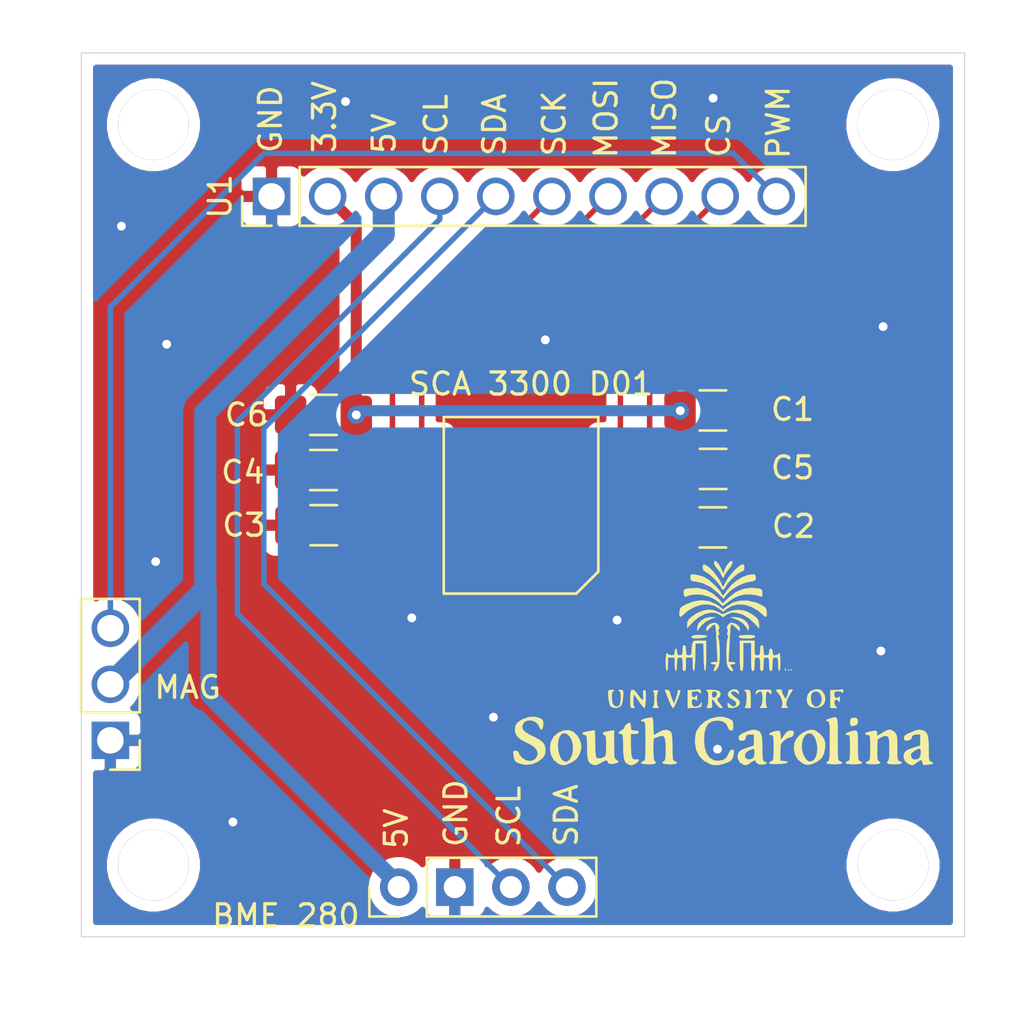
<source format=kicad_pcb>
(kicad_pcb (version 20171130) (host pcbnew "(5.1.6)-1")

  (general
    (thickness 1.6)
    (drawings 20)
    (tracks 60)
    (zones 0)
    (modules 15)
    (nets 13)
  )

  (page A4)
  (layers
    (0 F.Cu signal)
    (31 B.Cu signal)
    (32 B.Adhes user)
    (33 F.Adhes user)
    (34 B.Paste user)
    (35 F.Paste user)
    (36 B.SilkS user)
    (37 F.SilkS user)
    (38 B.Mask user)
    (39 F.Mask user)
    (40 Dwgs.User user)
    (41 Cmts.User user)
    (42 Eco1.User user)
    (43 Eco2.User user)
    (44 Edge.Cuts user)
    (45 Margin user)
    (46 B.CrtYd user)
    (47 F.CrtYd user)
    (48 B.Fab user)
    (49 F.Fab user hide)
  )

  (setup
    (last_trace_width 0.25)
    (trace_clearance 0.2)
    (zone_clearance 0.508)
    (zone_45_only no)
    (trace_min 0.2)
    (via_size 0.8)
    (via_drill 0.4)
    (via_min_size 0.4)
    (via_min_drill 0.3)
    (uvia_size 0.3)
    (uvia_drill 0.1)
    (uvias_allowed no)
    (uvia_min_size 0.2)
    (uvia_min_drill 0.1)
    (edge_width 0.05)
    (segment_width 0.2)
    (pcb_text_width 0.3)
    (pcb_text_size 1.5 1.5)
    (mod_edge_width 0.12)
    (mod_text_size 1 1)
    (mod_text_width 0.15)
    (pad_size 1.7 1.7)
    (pad_drill 1.2)
    (pad_to_mask_clearance 0.05)
    (aux_axis_origin 0 0)
    (visible_elements 7FFFF7FF)
    (pcbplotparams
      (layerselection 0x010fc_ffffffff)
      (usegerberextensions false)
      (usegerberattributes true)
      (usegerberadvancedattributes true)
      (creategerberjobfile true)
      (excludeedgelayer true)
      (linewidth 0.100000)
      (plotframeref false)
      (viasonmask false)
      (mode 1)
      (useauxorigin false)
      (hpglpennumber 1)
      (hpglpenspeed 20)
      (hpglpendiameter 15.000000)
      (psnegative false)
      (psa4output false)
      (plotreference true)
      (plotvalue true)
      (plotinvisibletext false)
      (padsonsilk false)
      (subtractmaskfromsilk false)
      (outputformat 1)
      (mirror false)
      (drillshape 0)
      (scaleselection 1)
      (outputdirectory "../Magdron with lip gerber/"))
  )

  (net 0 "")
  (net 1 GND)
  (net 2 +3V3)
  (net 3 "Net-(C3-Pad2)")
  (net 4 "Net-(J1-Pad2)")
  (net 5 "Net-(J1-Pad3)")
  (net 6 "Net-(U1-Pad6)")
  (net 7 "Net-(U1-Pad7)")
  (net 8 "Net-(U1-Pad8)")
  (net 9 "Net-(U1-Pad9)")
  (net 10 "Net-(C2-Pad2)")
  (net 11 "Net-(U1-Pad4)")
  (net 12 "Net-(U1-Pad5)")

  (net_class Default "This is the default net class."
    (clearance 0.2)
    (trace_width 0.25)
    (via_dia 0.8)
    (via_drill 0.4)
    (uvia_dia 0.3)
    (uvia_drill 0.1)
    (add_net +3V3)
    (add_net GND)
    (add_net "Net-(C2-Pad2)")
    (add_net "Net-(C3-Pad2)")
    (add_net "Net-(J1-Pad2)")
    (add_net "Net-(J1-Pad3)")
    (add_net "Net-(U1-Pad4)")
    (add_net "Net-(U1-Pad5)")
    (add_net "Net-(U1-Pad6)")
    (add_net "Net-(U1-Pad7)")
    (add_net "Net-(U1-Pad8)")
    (add_net "Net-(U1-Pad9)")
  )

  (module Capacitor_SMD:C_1206_3216Metric_Pad1.42x1.75mm_HandSolder (layer F.Cu) (tedit 5B301BBE) (tstamp 5FAEF0AA)
    (at 183.2875 115.1 180)
    (descr "Capacitor SMD 1206 (3216 Metric), square (rectangular) end terminal, IPC_7351 nominal with elongated pad for handsoldering. (Body size source: http://www.tortai-tech.com/upload/download/2011102023233369053.pdf), generated with kicad-footprint-generator")
    (tags "capacitor handsolder")
    (path /5F84A5D5)
    (attr smd)
    (fp_text reference C2 (at -3.65 0.05) (layer F.SilkS)
      (effects (font (size 1 1) (thickness 0.15)))
    )
    (fp_text value C_Small (at 0 1.82) (layer F.Fab)
      (effects (font (size 1 1) (thickness 0.15)))
    )
    (fp_line (start 2.45 1.12) (end -2.45 1.12) (layer F.CrtYd) (width 0.05))
    (fp_line (start 2.45 -1.12) (end 2.45 1.12) (layer F.CrtYd) (width 0.05))
    (fp_line (start -2.45 -1.12) (end 2.45 -1.12) (layer F.CrtYd) (width 0.05))
    (fp_line (start -2.45 1.12) (end -2.45 -1.12) (layer F.CrtYd) (width 0.05))
    (fp_line (start -0.602064 0.91) (end 0.602064 0.91) (layer F.SilkS) (width 0.12))
    (fp_line (start -0.602064 -0.91) (end 0.602064 -0.91) (layer F.SilkS) (width 0.12))
    (fp_line (start 1.6 0.8) (end -1.6 0.8) (layer F.Fab) (width 0.1))
    (fp_line (start 1.6 -0.8) (end 1.6 0.8) (layer F.Fab) (width 0.1))
    (fp_line (start -1.6 -0.8) (end 1.6 -0.8) (layer F.Fab) (width 0.1))
    (fp_line (start -1.6 0.8) (end -1.6 -0.8) (layer F.Fab) (width 0.1))
    (fp_text user %R (at 0 0) (layer F.Fab)
      (effects (font (size 0.8 0.8) (thickness 0.12)))
    )
    (pad 2 smd roundrect (at 1.4875 0 180) (size 1.425 1.75) (layers F.Cu F.Paste F.Mask) (roundrect_rratio 0.175439)
      (net 10 "Net-(C2-Pad2)"))
    (pad 1 smd roundrect (at -1.4875 0 180) (size 1.425 1.75) (layers F.Cu F.Paste F.Mask) (roundrect_rratio 0.175439)
      (net 1 GND))
    (model ${KISYS3DMOD}/Capacitor_SMD.3dshapes/C_1206_3216Metric.wrl
      (at (xyz 0 0 0))
      (scale (xyz 1 1 1))
      (rotate (xyz 0 0 0))
    )
  )

  (module UofSC_logo:uofsc_logo_0_75in (layer F.Cu) (tedit 0) (tstamp 5F93A4A9)
    (at 183.75 121.2)
    (fp_text reference . (at 0.25 2) (layer B.SilkS) hide
      (effects (font (size 1.524 1.524) (thickness 0.3)))
    )
    (fp_text value . (at 0.75 0) (layer F.SilkS) hide
      (effects (font (size 1.524 1.524) (thickness 0.3)))
    )
    (fp_poly (pts (xy 0.428086 -4.546453) (xy 0.414188 -4.454354) (xy 0.345614 -4.322914) (xy 0.229208 -4.170177)
      (xy 0.22116 -4.161076) (xy 0.122156 -4.03569) (xy 0.060754 -3.930384) (xy 0.050902 -3.893842)
      (xy 0.030059 -3.823962) (xy -0.015915 -3.833171) (xy -0.062187 -3.911856) (xy -0.070817 -3.940957)
      (xy -0.126457 -4.055846) (xy -0.22582 -4.186747) (xy -0.254492 -4.217002) (xy -0.344476 -4.332291)
      (xy -0.398821 -4.449738) (xy -0.40924 -4.541836) (xy -0.367447 -4.58108) (xy -0.364202 -4.581163)
      (xy -0.284213 -4.536736) (xy -0.188257 -4.418331) (xy -0.093407 -4.248265) (xy -0.070692 -4.197536)
      (xy 0.015204 -3.995792) (xy 0.053538 -4.133667) (xy 0.113012 -4.278968) (xy 0.200962 -4.421779)
      (xy 0.29564 -4.53233) (xy 0.375296 -4.580852) (xy 0.380464 -4.581163) (xy 0.428086 -4.546453)) (layer F.SilkS) (width 0.01))
    (fp_poly (pts (xy 0.950733 -4.385699) (xy 0.967134 -4.28127) (xy 0.944387 -4.163772) (xy 0.861202 -4.107839)
      (xy 0.84602 -4.103685) (xy 0.722192 -4.042325) (xy 0.563371 -3.923174) (xy 0.395419 -3.770055)
      (xy 0.244196 -3.60679) (xy 0.135565 -3.457202) (xy 0.126294 -3.440699) (xy 0.048377 -3.309628)
      (xy -0.006207 -3.267683) (xy -0.054737 -3.310638) (xy -0.093443 -3.386947) (xy -0.180765 -3.525911)
      (xy -0.318625 -3.691578) (xy -0.47998 -3.856344) (xy -0.637788 -3.992605) (xy -0.765007 -4.072757)
      (xy -0.765469 -4.072949) (xy -0.87727 -4.143062) (xy -0.915083 -4.24812) (xy -0.916233 -4.281927)
      (xy -0.907941 -4.384125) (xy -0.871294 -4.419491) (xy -0.78863 -4.389446) (xy -0.653556 -4.303083)
      (xy -0.54297 -4.206034) (xy -0.412198 -4.05976) (xy -0.279425 -3.889068) (xy -0.162835 -3.718767)
      (xy -0.080616 -3.573665) (xy -0.050902 -3.480974) (xy -0.034065 -3.414963) (xy 0.01298 -3.439536)
      (xy 0.085037 -3.54983) (xy 0.140433 -3.660061) (xy 0.228234 -3.806518) (xy 0.356845 -3.9727)
      (xy 0.506504 -4.138291) (xy 0.657453 -4.282973) (xy 0.789932 -4.386429) (xy 0.884182 -4.428341)
      (xy 0.887734 -4.428457) (xy 0.950733 -4.385699)) (layer F.SilkS) (width 0.01))
    (fp_poly (pts (xy 1.424847 -3.959604) (xy 1.469411 -3.910177) (xy 1.476152 -3.824193) (xy 1.468115 -3.736343)
      (xy 1.426672 -3.687598) (xy 1.325824 -3.659494) (xy 1.223069 -3.644473) (xy 0.95635 -3.577895)
      (xy 0.677097 -3.45678) (xy 0.42011 -3.300021) (xy 0.220187 -3.126512) (xy 0.179447 -3.077858)
      (xy 0.023406 -2.873275) (xy -0.230081 -3.131475) (xy -0.55437 -3.399806) (xy -0.908449 -3.572381)
      (xy -1.215674 -3.643492) (xy -1.368503 -3.667872) (xy -1.445723 -3.700476) (xy -1.473009 -3.759767)
      (xy -1.476153 -3.830813) (xy -1.470476 -3.925379) (xy -1.434764 -3.965511) (xy -1.340993 -3.967655)
      (xy -1.257775 -3.958967) (xy -1.061911 -3.918741) (xy -0.864734 -3.851938) (xy -0.837835 -3.839947)
      (xy -0.696453 -3.752702) (xy -0.528972 -3.619019) (xy -0.359137 -3.461772) (xy -0.21069 -3.30384)
      (xy -0.107375 -3.168097) (xy -0.076935 -3.106843) (xy -0.040696 -3.02682) (xy 0.00464 -3.017776)
      (xy 0.071932 -3.086203) (xy 0.169375 -3.231203) (xy 0.356688 -3.465893) (xy 0.594843 -3.67356)
      (xy 0.858035 -3.837518) (xy 1.120458 -3.94108) (xy 1.310721 -3.969223) (xy 1.424847 -3.959604)) (layer F.SilkS) (width 0.01))
    (fp_poly (pts (xy 1.622495 -3.327706) (xy 1.730793 -3.293523) (xy 1.774354 -3.22628) (xy 1.781563 -3.118653)
      (xy 1.773345 -3.002225) (xy 1.739727 -2.965336) (xy 1.692485 -2.97583) (xy 1.469779 -3.036607)
      (xy 1.218166 -3.067978) (xy 0.991217 -3.064188) (xy 0.941683 -3.056501) (xy 0.713403 -2.999734)
      (xy 0.523683 -2.919224) (xy 0.327193 -2.793805) (xy 0.239674 -2.72871) (xy 0.109253 -2.631057)
      (xy 0.01555 -2.564461) (xy -0.017019 -2.545091) (xy -0.059051 -2.578039) (xy -0.139257 -2.658059)
      (xy -0.145895 -2.665095) (xy -0.360873 -2.83406) (xy -0.63803 -2.966009) (xy -0.940205 -3.046192)
      (xy -1.149853 -3.063608) (xy -1.336191 -3.054087) (xy -1.49318 -3.031289) (xy -1.570799 -3.007037)
      (xy -1.695195 -2.957935) (xy -1.760254 -2.986805) (xy -1.781266 -3.102375) (xy -1.781563 -3.127342)
      (xy -1.775171 -3.234857) (xy -1.737957 -3.291631) (xy -1.642859 -3.321968) (xy -1.547622 -3.337461)
      (xy -1.147908 -3.3517) (xy -0.782027 -3.270095) (xy -0.451871 -3.093315) (xy -0.191438 -2.8585)
      (xy -0.009628 -2.657258) (xy 0.265857 -2.924086) (xy 0.580935 -3.168442) (xy 0.921122 -3.31429)
      (xy 1.289061 -3.362418) (xy 1.622495 -3.327706)) (layer F.SilkS) (width 0.01))
    (fp_poly (pts (xy -0.610726 -2.748673) (xy -0.298312 -2.612087) (xy -0.18959 -2.536098) (xy 0.002585 -2.385511)
      (xy 0.151987 -2.511225) (xy 0.438349 -2.688128) (xy 0.764906 -2.778556) (xy 1.116535 -2.781491)
      (xy 1.478111 -2.695919) (xy 1.670888 -2.613195) (xy 1.828843 -2.530122) (xy 1.917014 -2.463556)
      (xy 1.957847 -2.386904) (xy 1.973787 -2.273569) (xy 1.975371 -2.252405) (xy 1.975469 -2.101595)
      (xy 1.941895 -2.045646) (xy 1.867107 -2.081345) (xy 1.77771 -2.168171) (xy 1.548966 -2.356688)
      (xy 1.262529 -2.50936) (xy 1.001771 -2.59413) (xy 0.684381 -2.615302) (xy 0.381936 -2.537504)
      (xy 0.164225 -2.409634) (xy -0.002412 -2.283561) (xy -0.149236 -2.407106) (xy -0.387022 -2.545392)
      (xy -0.670588 -2.612542) (xy -0.966401 -2.601241) (xy -1.004224 -2.59358) (xy -1.303323 -2.491663)
      (xy -1.583435 -2.333293) (xy -1.777711 -2.168171) (xy -1.889018 -2.064733) (xy -1.953357 -2.050447)
      (xy -1.978228 -2.12846) (xy -1.975372 -2.251075) (xy -1.960839 -2.372018) (xy -1.924063 -2.452782)
      (xy -1.842508 -2.520385) (xy -1.69364 -2.601841) (xy -1.674714 -2.611518) (xy -1.312035 -2.749055)
      (xy -0.953003 -2.794551) (xy -0.610726 -2.748673)) (layer F.SilkS) (width 0.01))
    (fp_poly (pts (xy -0.495445 -2.36586) (xy -0.333494 -2.314852) (xy -0.169858 -2.238989) (xy -0.165431 -2.236464)
      (xy -0.057582 -2.17981) (xy 0.020386 -2.170145) (xy 0.114355 -2.209642) (xy 0.189765 -2.253273)
      (xy 0.419316 -2.338823) (xy 0.688764 -2.364599) (xy 0.955115 -2.329935) (xy 1.119839 -2.267704)
      (xy 1.359637 -2.128669) (xy 1.515355 -2.004196) (xy 1.60052 -1.879911) (xy 1.628659 -1.741442)
      (xy 1.628857 -1.726801) (xy 1.628857 -1.531416) (xy 1.394832 -1.781608) (xy 1.146437 -2.001626)
      (xy 0.883926 -2.154135) (xy 0.623397 -2.234634) (xy 0.380946 -2.238621) (xy 0.172672 -2.161593)
      (xy 0.134119 -2.134182) (xy 0 -2.028684) (xy -0.134119 -2.134182) (xy -0.332998 -2.229114)
      (xy -0.569494 -2.24207) (xy -0.827512 -2.177551) (xy -1.090952 -2.040059) (xy -1.343718 -1.834096)
      (xy -1.394832 -1.781608) (xy -1.628858 -1.531416) (xy -1.628858 -1.703425) (xy -1.612152 -1.823442)
      (xy -1.5488 -1.929708) (xy -1.41895 -2.055098) (xy -1.413892 -2.059437) (xy -1.196496 -2.206042)
      (xy -0.946748 -2.313459) (xy -0.699331 -2.370118) (xy -0.495445 -2.36586)) (layer F.SilkS) (width 0.01))
    (fp_poly (pts (xy 0.745888 -2.003347) (xy 0.939211 -1.917021) (xy 1.083493 -1.790517) (xy 1.157985 -1.63949)
      (xy 1.161831 -1.55278) (xy 1.14529 -1.416796) (xy 1.052648 -1.574891) (xy 0.912599 -1.749296)
      (xy 0.711223 -1.883914) (xy 0.521281 -1.963643) (xy 0.330861 -2.031604) (xy 0.524271 -2.033838)
      (xy 0.745888 -2.003347)) (layer F.SilkS) (width 0.01))
    (fp_poly (pts (xy -0.330862 -2.031604) (xy -0.513018 -1.966483) (xy -0.764567 -1.847972) (xy -0.959358 -1.681527)
      (xy -1.046474 -1.573908) (xy -1.170742 -1.405473) (xy -1.170742 -1.559194) (xy -1.123598 -1.729187)
      (xy -0.996549 -1.875197) (xy -0.811168 -1.981363) (xy -0.58903 -2.031826) (xy -0.52509 -2.033838)
      (xy -0.330862 -2.031604)) (layer F.SilkS) (width 0.01))
    (fp_poly (pts (xy 1.288302 -1.218509) (xy 1.399835 -1.206537) (xy 1.445094 -1.181876) (xy 1.443658 -1.145291)
      (xy 1.394775 -1.099634) (xy 1.280319 -1.075532) (xy 1.097426 -1.068938) (xy 0.926122 -1.074015)
      (xy 0.798156 -1.087223) (xy 0.74656 -1.102873) (xy 0.713852 -1.159629) (xy 0.75694 -1.196377)
      (xy 0.884413 -1.216063) (xy 1.092791 -1.221644) (xy 1.288302 -1.218509)) (layer F.SilkS) (width 0.01))
    (fp_poly (pts (xy -0.866583 -1.216439) (xy -0.757086 -1.199235) (xy -0.723476 -1.167644) (xy -0.725166 -1.158016)
      (xy -0.788941 -1.117767) (xy -0.942411 -1.089786) (xy -1.08572 -1.079338) (xy -1.271116 -1.075168)
      (xy -1.375616 -1.085817) (xy -1.419532 -1.115094) (xy -1.425251 -1.142965) (xy -1.406194 -1.185239)
      (xy -1.336157 -1.20956) (xy -1.195845 -1.220139) (xy -1.064696 -1.221644) (xy -0.866583 -1.216439)) (layer F.SilkS) (width 0.01))
    (fp_poly (pts (xy 3.088043 0.322378) (xy 3.094134 0.382786) (xy 3.088043 0.390247) (xy 3.057781 0.38326)
      (xy 3.054108 0.356312) (xy 3.072732 0.314414) (xy 3.088043 0.322378)) (layer F.SilkS) (width 0.01))
    (fp_poly (pts (xy 2.986239 0.322378) (xy 2.992331 0.382786) (xy 2.986239 0.390247) (xy 2.955978 0.38326)
      (xy 2.952304 0.356312) (xy 2.970929 0.314414) (xy 2.986239 0.322378)) (layer F.SilkS) (width 0.01))
    (fp_poly (pts (xy 2.834371 0.295866) (xy 2.840439 0.37542) (xy 2.830352 0.393428) (xy 2.807217 0.378247)
      (xy 2.803618 0.32662) (xy 2.816049 0.272306) (xy 2.834371 0.295866)) (layer F.SilkS) (width 0.01))
    (fp_poly (pts (xy 1.42525 -0.636273) (xy 1.427482 -0.458416) (xy 1.440073 -0.359352) (xy 1.471871 -0.31608)
      (xy 1.531721 -0.305602) (xy 1.552505 -0.305411) (xy 1.631031 -0.314905) (xy 1.668236 -0.361572)
      (xy 1.679273 -0.472687) (xy 1.679759 -0.534469) (xy 1.689752 -0.685444) (xy 1.723728 -0.754214)
      (xy 1.756112 -0.763527) (xy 1.806437 -0.73355) (xy 1.82936 -0.631622) (xy 1.832465 -0.534469)
      (xy 1.837739 -0.393122) (xy 1.863665 -0.326153) (xy 1.925396 -0.306286) (xy 1.959719 -0.305411)
      (xy 2.050664 -0.321847) (xy 2.083935 -0.391711) (xy 2.086974 -0.458117) (xy 2.109738 -0.57935)
      (xy 2.163326 -0.610822) (xy 2.223943 -0.565294) (xy 2.239679 -0.458117) (xy 2.253375 -0.348982)
      (xy 2.311596 -0.309058) (xy 2.366934 -0.305411) (xy 2.462594 -0.322835) (xy 2.494188 -0.356313)
      (xy 2.532923 -0.405736) (xy 2.54509 -0.407215) (xy 2.570298 -0.35959) (xy 2.588012 -0.229568)
      (xy 2.595822 -0.036429) (xy 2.595992 0) (xy 2.590039 0.201662) (xy 2.573786 0.343375)
      (xy 2.549644 0.405857) (xy 2.54509 0.407214) (xy 2.517977 0.36085) (xy 2.499595 0.23973)
      (xy 2.494188 0.101803) (xy 2.491494 -0.067459) (xy 2.47677 -0.158844) (xy 2.440057 -0.196256)
      (xy 2.371394 -0.203601) (xy 2.366934 -0.203608) (xy 2.296408 -0.197141) (xy 2.258331 -0.161804)
      (xy 2.242742 -0.073693) (xy 2.239682 0.091098) (xy 2.239679 0.101803) (xy 2.233815 0.279141)
      (xy 2.213029 0.374354) (xy 2.172526 0.406612) (xy 2.163326 0.407214) (xy 2.118992 0.383759)
      (xy 2.095189 0.300612) (xy 2.087124 0.138602) (xy 2.086974 0.101803) (xy 2.084279 -0.067459)
      (xy 2.069556 -0.158844) (xy 2.032843 -0.196256) (xy 1.96418 -0.203601) (xy 1.959719 -0.203608)
      (xy 1.889193 -0.197141) (xy 1.851116 -0.161804) (xy 1.835528 -0.073693) (xy 1.832468 0.091098)
      (xy 1.832465 0.101803) (xy 1.826601 0.279141) (xy 1.805814 0.374354) (xy 1.765312 0.406612)
      (xy 1.756112 0.407214) (xy 1.711777 0.383759) (xy 1.687974 0.300612) (xy 1.67991 0.138602)
      (xy 1.679759 0.101803) (xy 1.677065 -0.067459) (xy 1.662341 -0.158844) (xy 1.625628 -0.196256)
      (xy 1.556965 -0.203601) (xy 1.552505 -0.203608) (xy 1.481979 -0.197141) (xy 1.443902 -0.161804)
      (xy 1.428313 -0.073693) (xy 1.425253 0.091098) (xy 1.42525 0.101803) (xy 1.419387 0.279141)
      (xy 1.3986 0.374354) (xy 1.358097 0.406612) (xy 1.348898 0.407214) (xy 1.316554 0.392195)
      (xy 1.294584 0.336931) (xy 1.281151 0.22611) (xy 1.274417 0.044423) (xy 1.272545 -0.223441)
      (xy 1.272545 -0.865331) (xy 0.916232 -0.865331) (xy 0.916232 -0.229058) (xy 0.91443 0.040471)
      (xy 0.907798 0.223553) (xy 0.8945 0.335495) (xy 0.872697 0.391611) (xy 0.840554 0.40721)
      (xy 0.83988 0.407214) (xy 0.808596 0.392717) (xy 0.786974 0.339349) (xy 0.773366 0.232293)
      (xy 0.766127 0.056732) (xy 0.763611 -0.202152) (xy 0.763527 -0.27996) (xy 0.763527 -0.967135)
      (xy 1.42525 -0.967135) (xy 1.42525 -0.636273)) (layer F.SilkS) (width 0.01))
    (fp_poly (pts (xy 0.529408 -1.748802) (xy 0.668202 -1.665544) (xy 0.752025 -1.554326) (xy 0.763527 -1.496672)
      (xy 0.759993 -1.424548) (xy 0.737626 -1.409905) (xy 0.678774 -1.45867) (xy 0.584709 -1.556703)
      (xy 0.47734 -1.657264) (xy 0.395975 -1.709492) (xy 0.36919 -1.709605) (xy 0.347771 -1.642781)
      (xy 0.329035 -1.505995) (xy 0.318627 -1.358196) (xy 0.309377 -1.164547) (xy 0.296305 -0.911508)
      (xy 0.28162 -0.641317) (xy 0.274866 -0.521744) (xy 0.244969 0) (xy 0.402444 0)
      (xy 0.511708 0.014331) (xy 0.559812 0.04901) (xy 0.55992 0.050901) (xy 0.516186 0.08854)
      (xy 0.426811 0.101803) (xy 0.336746 0.107588) (xy 0.32593 0.143648) (xy 0.375909 0.227267)
      (xy 0.442875 0.340284) (xy 0.44889 0.393499) (xy 0.395852 0.407201) (xy 0.392738 0.407214)
      (xy 0.3245 0.367212) (xy 0.246386 0.269858) (xy 0.240033 0.25938) (xy 0.19754 0.161509)
      (xy 0.170657 0.026785) (xy 0.156631 -0.166562) (xy 0.152705 -0.43114) (xy 0.158183 -0.679524)
      (xy 0.173161 -0.889284) (xy 0.195453 -1.035972) (xy 0.210906 -1.082577) (xy 0.242636 -1.175097)
      (xy 0.213456 -1.209877) (xy 0.183215 -1.267987) (xy 0.203607 -1.348898) (xy 0.222702 -1.454234)
      (xy 0.196971 -1.486848) (xy 0.170078 -1.536717) (xy 0.196753 -1.623672) (xy 0.257496 -1.713914)
      (xy 0.332806 -1.773642) (xy 0.367011 -1.781563) (xy 0.529408 -1.748802)) (layer F.SilkS) (width 0.01))
    (fp_poly (pts (xy -0.2778 -1.746932) (xy -0.209128 -1.665837) (xy -0.169787 -1.57248) (xy -0.177998 -1.501062)
      (xy -0.200025 -1.48583) (xy -0.2267 -1.43802) (xy -0.197945 -1.363769) (xy -0.16841 -1.269755)
      (xy -0.203607 -1.221644) (xy -0.239205 -1.164925) (xy -0.208863 -1.078758) (xy -0.185507 -0.98566)
      (xy -0.166903 -0.817378) (xy -0.155356 -0.600505) (xy -0.152706 -0.43114) (xy -0.156879 -0.160011)
      (xy -0.171236 0.031354) (xy -0.198527 0.164721) (xy -0.240033 0.25938) (xy -0.32359 0.370176)
      (xy -0.390256 0.412152) (xy -0.421726 0.385938) (xy -0.399691 0.292162) (xy -0.381764 0.254509)
      (xy -0.332954 0.151247) (xy -0.341055 0.109737) (xy -0.415209 0.101831) (xy -0.431358 0.101803)
      (xy -0.527642 0.08454) (xy -0.55992 0.050901) (xy -0.515612 0.015462) (xy -0.408531 0.000023)
      (xy -0.403834 0) (xy -0.247748 0) (xy -0.273734 -0.521744) (xy -0.286863 -0.785465)
      (xy -0.300096 -1.051513) (xy -0.311335 -1.277688) (xy -0.315291 -1.357383) (xy -0.329181 -1.528596)
      (xy -0.349584 -1.657095) (xy -0.368376 -1.708792) (xy -0.420959 -1.696658) (xy -0.515068 -1.6249)
      (xy -0.584709 -1.556703) (xy -0.689416 -1.448241) (xy -0.742354 -1.408318) (xy -0.761173 -1.431008)
      (xy -0.763527 -1.496672) (xy -0.717694 -1.614338) (xy -0.600388 -1.713617) (xy -0.441898 -1.773254)
      (xy -0.357581 -1.781563) (xy -0.2778 -1.746932)) (layer F.SilkS) (width 0.01))
    (fp_poly (pts (xy -0.763527 -0.27996) (xy -0.768273 0.030705) (xy -0.780839 0.248879) (xy -0.798713 0.373149)
      (xy -0.819387 0.402101) (xy -0.840351 0.33432) (xy -0.859095 0.168394) (xy -0.873108 -0.097091)
      (xy -0.87649 -0.216333) (xy -0.890782 -0.83988) (xy -1.247094 -0.83988) (xy -1.261387 -0.216333)
      (xy -1.270961 0.035253) (xy -1.286066 0.234105) (xy -1.305004 0.363594) (xy -1.325014 0.407214)
      (xy -1.351032 0.360977) (xy -1.368909 0.240797) (xy -1.374349 0.101803) (xy -1.374349 -0.203608)
      (xy -1.67976 -0.203608) (xy -1.67976 0.101803) (xy -1.685624 0.279141) (xy -1.70641 0.374354)
      (xy -1.746913 0.406612) (xy -1.756112 0.407214) (xy -1.800447 0.383759) (xy -1.82425 0.300612)
      (xy -1.832315 0.138602) (xy -1.832465 0.101803) (xy -1.83516 -0.067459) (xy -1.849883 -0.158844)
      (xy -1.886596 -0.196256) (xy -1.955259 -0.203601) (xy -1.95972 -0.203608) (xy -2.030246 -0.197141)
      (xy -2.068323 -0.161804) (xy -2.083911 -0.073693) (xy -2.086971 0.091098) (xy -2.086974 0.101803)
      (xy -2.094702 0.264483) (xy -2.114888 0.374773) (xy -2.137876 0.407214) (xy -2.164989 0.36085)
      (xy -2.183371 0.23973) (xy -2.188778 0.101803) (xy -2.188778 -0.203608) (xy -2.494189 -0.203608)
      (xy -2.494189 0.101803) (xy -2.501916 0.264483) (xy -2.522103 0.374773) (xy -2.54509 0.407214)
      (xy -2.570298 0.359589) (xy -2.588012 0.229567) (xy -2.595823 0.036428) (xy -2.595992 0)
      (xy -2.590039 -0.201663) (xy -2.573786 -0.343375) (xy -2.549644 -0.405857) (xy -2.54509 -0.407215)
      (xy -2.495668 -0.36848) (xy -2.494189 -0.356313) (xy -2.449957 -0.320573) (xy -2.343383 -0.305415)
      (xy -2.341483 -0.305411) (xy -2.233322 -0.318024) (xy -2.193456 -0.377519) (xy -2.188778 -0.458117)
      (xy -2.174034 -0.565336) (xy -2.138509 -0.61081) (xy -2.137876 -0.610822) (xy -2.102136 -0.56659)
      (xy -2.086978 -0.460016) (xy -2.086974 -0.458117) (xy -2.073278 -0.348982) (xy -2.015058 -0.309058)
      (xy -1.95972 -0.305411) (xy -1.881194 -0.314905) (xy -1.843989 -0.361572) (xy -1.832951 -0.472687)
      (xy -1.832465 -0.534469) (xy -1.822473 -0.685444) (xy -1.788497 -0.754214) (xy -1.756112 -0.763527)
      (xy -1.705787 -0.73355) (xy -1.682864 -0.631622) (xy -1.67976 -0.534469) (xy -1.674485 -0.393122)
      (xy -1.64856 -0.326153) (xy -1.586829 -0.306286) (xy -1.552505 -0.305411) (xy -1.465313 -0.319398)
      (xy -1.430485 -0.381522) (xy -1.425251 -0.477205) (xy -1.415013 -0.654365) (xy -1.393437 -0.808067)
      (xy -1.370772 -0.896881) (xy -1.330363 -0.944378) (xy -1.245324 -0.963483) (xy -1.088765 -0.967123)
      (xy -1.062575 -0.967135) (xy -0.763527 -0.967135) (xy -0.763527 -0.27996)) (layer F.SilkS) (width 0.01))
    (fp_poly (pts (xy 5.427203 1.243396) (xy 5.442606 1.326289) (xy 5.442474 1.330726) (xy 5.431103 1.39848)
      (xy 5.412781 1.387074) (xy 5.349412 1.344071) (xy 5.228844 1.3237) (xy 5.213193 1.323447)
      (xy 5.095368 1.332502) (xy 5.047791 1.377906) (xy 5.039278 1.476152) (xy 5.055912 1.588744)
      (xy 5.116146 1.627744) (xy 5.13684 1.628857) (xy 5.230415 1.599764) (xy 5.260076 1.56523)
      (xy 5.277605 1.565806) (xy 5.288683 1.647362) (xy 5.289769 1.676763) (xy 5.288468 1.787648)
      (xy 5.270258 1.810123) (xy 5.225157 1.758064) (xy 5.149848 1.698571) (xy 5.097902 1.700438)
      (xy 5.046456 1.783357) (xy 5.047494 1.901423) (xy 5.096497 2.005438) (xy 5.128356 2.031995)
      (xy 5.170534 2.066345) (xy 5.131358 2.081915) (xy 5.039278 2.085426) (xy 4.861122 2.086974)
      (xy 4.861122 1.272545) (xy 5.073292 1.272545) (xy 5.227455 1.265378) (xy 5.34659 1.247574)
      (xy 5.365977 1.241648) (xy 5.427203 1.243396)) (layer F.SilkS) (width 0.01))
    (fp_poly (pts (xy 4.439717 1.284706) (xy 4.50107 1.34053) (xy 4.605197 1.508048) (xy 4.630708 1.701404)
      (xy 4.575082 1.884584) (xy 4.542466 1.931836) (xy 4.401745 2.033229) (xy 4.217542 2.07549)
      (xy 4.032177 2.054278) (xy 3.919809 1.995705) (xy 3.830325 1.891886) (xy 3.796491 1.750616)
      (xy 3.794498 1.68545) (xy 3.801549 1.647755) (xy 3.97034 1.647755) (xy 3.99951 1.832422)
      (xy 4.075196 1.963059) (xy 4.179666 2.028314) (xy 4.295188 2.016832) (xy 4.400119 1.922942)
      (xy 4.465031 1.766009) (xy 4.465833 1.599585) (xy 4.411636 1.451906) (xy 4.31155 1.35121)
      (xy 4.206693 1.323447) (xy 4.070454 1.35734) (xy 3.99373 1.464662) (xy 3.97034 1.647755)
      (xy 3.801549 1.647755) (xy 3.833922 1.474716) (xy 3.952231 1.328322) (xy 4.149483 1.246205)
      (xy 4.185976 1.239412) (xy 4.330758 1.232873) (xy 4.439717 1.284706)) (layer F.SilkS) (width 0.01))
    (fp_poly (pts (xy 2.648138 1.255194) (xy 2.664807 1.299283) (xy 2.673413 1.380727) (xy 2.725594 1.500356)
      (xy 2.738656 1.522779) (xy 2.836518 1.6837) (xy 2.906349 1.516299) (xy 2.95019 1.390192)
      (xy 2.965344 1.302449) (xy 2.964516 1.296178) (xy 2.996763 1.25367) (xy 3.054381 1.243458)
      (xy 3.137107 1.248849) (xy 3.155912 1.256234) (xy 3.131023 1.302449) (xy 3.066767 1.40841)
      (xy 3.003206 1.509801) (xy 2.898879 1.70979) (xy 2.85423 1.877924) (xy 2.871142 1.998153)
      (xy 2.939579 2.051886) (xy 2.94878 2.065644) (xy 2.87352 2.074942) (xy 2.799599 2.07705)
      (xy 2.678311 2.073325) (xy 2.626134 2.061729) (xy 2.634168 2.053262) (xy 2.686339 1.982784)
      (xy 2.693465 1.852258) (xy 2.658339 1.691499) (xy 2.585434 1.533062) (xy 2.506849 1.414962)
      (xy 2.445499 1.34121) (xy 2.432729 1.33193) (xy 2.390192 1.292255) (xy 2.434145 1.257976)
      (xy 2.540718 1.241901) (xy 2.648138 1.255194)) (layer F.SilkS) (width 0.01))
    (fp_poly (pts (xy 2.129808 1.261625) (xy 2.175654 1.289365) (xy 2.18716 1.343992) (xy 2.18719 1.374348)
      (xy 2.180527 1.460415) (xy 2.152041 1.454674) (xy 2.11792 1.412525) (xy 2.036258 1.330469)
      (xy 1.980104 1.337544) (xy 1.947008 1.43726) (xy 1.934518 1.633126) (xy 1.934268 1.675517)
      (xy 1.943979 1.90019) (xy 1.973023 2.026099) (xy 1.997896 2.053262) (xy 1.991868 2.068663)
      (xy 1.905252 2.079103) (xy 1.832465 2.081407) (xy 1.700071 2.078378) (xy 1.657944 2.062754)
      (xy 1.692485 2.031995) (xy 1.744531 1.957107) (xy 1.777167 1.824538) (xy 1.790155 1.664666)
      (xy 1.783252 1.507872) (xy 1.756219 1.384534) (xy 1.708814 1.325033) (xy 1.698096 1.323447)
      (xy 1.601049 1.360485) (xy 1.543894 1.412525) (xy 1.492366 1.469014) (xy 1.481821 1.437958)
      (xy 1.487381 1.382853) (xy 1.502947 1.319475) (xy 1.546224 1.282853) (xy 1.640661 1.264647)
      (xy 1.809704 1.25652) (xy 1.845221 1.255598) (xy 2.027153 1.25297) (xy 2.129808 1.261625)) (layer F.SilkS) (width 0.01))
    (fp_poly (pts (xy 1.107114 1.259819) (xy 1.176798 1.273816) (xy 1.218388 1.305152) (xy 1.239134 1.375783)
      (xy 1.246287 1.50766) (xy 1.247094 1.683669) (xy 1.247094 2.086974) (xy 1.096934 2.086974)
      (xy 0.999371 2.078451) (xy 0.989783 2.04701) (xy 1.007855 2.025891) (xy 1.038912 1.9502)
      (xy 1.059086 1.816545) (xy 1.067927 1.656016) (xy 1.064985 1.499701) (xy 1.049809 1.378689)
      (xy 1.021948 1.324067) (xy 1.018036 1.323447) (xy 0.968552 1.291213) (xy 0.967134 1.281361)
      (xy 1.010289 1.257371) (xy 1.107114 1.259819)) (layer F.SilkS) (width 0.01))
    (fp_poly (pts (xy 0.600326 1.2447) (xy 0.688986 1.30804) (xy 0.711077 1.388044) (xy 0.704595 1.464496)
      (xy 0.678226 1.446357) (xy 0.657646 1.412525) (xy 0.582365 1.348412) (xy 0.480444 1.324309)
      (xy 0.391819 1.341986) (xy 0.356312 1.399161) (xy 0.396277 1.469306) (xy 0.497524 1.560359)
      (xy 0.55992 1.603406) (xy 0.710011 1.727676) (xy 0.759555 1.846635) (xy 0.708209 1.95874)
      (xy 0.650397 2.007735) (xy 0.524552 2.064006) (xy 0.381117 2.086729) (xy 0.265492 2.070921)
      (xy 0.237542 2.053039) (xy 0.209342 1.978996) (xy 0.203607 1.916186) (xy 0.208469 1.849812)
      (xy 0.237914 1.854298) (xy 0.31004 1.927511) (xy 0.426736 2.011163) (xy 0.528639 2.013533)
      (xy 0.592806 1.936703) (xy 0.600911 1.901109) (xy 0.585571 1.81477) (xy 0.498817 1.738806)
      (xy 0.422754 1.698021) (xy 0.270332 1.592956) (xy 0.21145 1.47851) (xy 0.248582 1.365116)
      (xy 0.327372 1.295601) (xy 0.470242 1.238253) (xy 0.600326 1.2447)) (layer F.SilkS) (width 0.01))
    (fp_poly (pts (xy -0.463655 1.260886) (xy -0.319264 1.279809) (xy -0.208244 1.308371) (xy -0.174515 1.326469)
      (xy -0.107054 1.431512) (xy -0.139146 1.546525) (xy -0.200817 1.612828) (xy -0.256617 1.66767)
      (xy -0.264742 1.719156) (xy -0.219281 1.797231) (xy -0.145638 1.89229) (xy -0.058165 2.008104)
      (xy -0.031593 2.06608) (xy -0.060462 2.085586) (xy -0.090762 2.086974) (xy -0.184612 2.043534)
      (xy -0.29406 1.92709) (xy -0.32482 1.883366) (xy -0.409291 1.764352) (xy -0.472337 1.691025)
      (xy -0.489636 1.679759) (xy -0.504138 1.724638) (xy -0.503934 1.836834) (xy -0.500294 1.883366)
      (xy -0.492939 2.013462) (xy -0.516937 2.071519) (xy -0.591094 2.086527) (xy -0.632383 2.086974)
      (xy -0.7307 2.07852) (xy -0.741075 2.047354) (xy -0.722806 2.025891) (xy -0.69175 1.9502)
      (xy -0.671576 1.816545) (xy -0.662734 1.656016) (xy -0.665677 1.499701) (xy -0.66863 1.476152)
      (xy -0.509018 1.476152) (xy -0.481756 1.595804) (xy -0.411882 1.628078) (xy -0.317265 1.566198)
      (xy -0.305949 1.553153) (xy -0.265954 1.446704) (xy -0.306765 1.358048) (xy -0.405617 1.323447)
      (xy -0.481123 1.346759) (xy -0.507837 1.434348) (xy -0.509018 1.476152) (xy -0.66863 1.476152)
      (xy -0.680853 1.378689) (xy -0.708713 1.324067) (xy -0.712625 1.323447) (xy -0.762168 1.29413)
      (xy -0.763571 1.28527) (xy -0.719156 1.261284) (xy -0.608069 1.253933) (xy -0.463655 1.260886)) (layer F.SilkS) (width 0.01))
    (fp_poly (pts (xy -1.046338 1.2454) (xy -1.004361 1.319343) (xy -1.000312 1.402668) (xy -1.022802 1.42525)
      (xy -1.067629 1.386375) (xy -1.068938 1.374348) (xy -1.113685 1.340704) (xy -1.223714 1.323886)
      (xy -1.247094 1.323447) (xy -1.367732 1.333113) (xy -1.417088 1.375949) (xy -1.425251 1.447697)
      (xy -1.399337 1.568249) (xy -1.335643 1.612951) (xy -1.25524 1.570143) (xy -1.239372 1.550552)
      (xy -1.194031 1.498358) (xy -1.175998 1.521487) (xy -1.17476 1.631854) (xy -1.183459 1.729793)
      (xy -1.199942 1.751763) (xy -1.204453 1.743386) (xy -1.270459 1.690593) (xy -1.330914 1.679759)
      (xy -1.399514 1.697814) (xy -1.41993 1.770692) (xy -1.41575 1.84519) (xy -1.388751 1.96442)
      (xy -1.320997 2.015817) (xy -1.264742 2.026252) (xy -1.126377 2.002255) (xy -1.044916 1.924449)
      (xy -0.960148 1.807014) (xy -0.976367 1.934268) (xy -0.993824 2.005509) (xy -1.039911 2.045688)
      (xy -1.139799 2.065924) (xy -1.297996 2.076347) (xy -1.603407 2.091171) (xy -1.603407 1.272545)
      (xy -1.425251 1.27185) (xy -1.269642 1.263066) (xy -1.141654 1.242845) (xy -1.139575 1.242295)
      (xy -1.046338 1.2454)) (layer F.SilkS) (width 0.01))
    (fp_poly (pts (xy -2.530141 1.258079) (xy -2.437547 1.300212) (xy -2.409352 1.349103) (xy -2.392104 1.433764)
      (xy -2.348196 1.573236) (xy -2.317435 1.657721) (xy -2.225517 1.898404) (xy -2.130558 1.649101)
      (xy -2.08079 1.495696) (xy -2.057446 1.376234) (xy -2.059689 1.336172) (xy -2.040208 1.28332)
      (xy -1.991132 1.272545) (xy -1.949508 1.280858) (xy -1.936382 1.3179) (xy -1.954671 1.401823)
      (xy -2.007293 1.55078) (xy -2.056357 1.678404) (xy -2.133501 1.862269) (xy -2.203261 2.003041)
      (xy -2.254233 2.078603) (xy -2.266341 2.085619) (xy -2.307199 2.04202) (xy -2.370476 1.924754)
      (xy -2.444635 1.756123) (xy -2.469728 1.692485) (xy -2.541101 1.507212) (xy -2.598327 1.360242)
      (xy -2.631838 1.276095) (xy -2.635966 1.266492) (xy -2.605854 1.250714) (xy -2.530141 1.258079)) (layer F.SilkS) (width 0.01))
    (fp_poly (pts (xy -2.954759 1.286595) (xy -2.930898 1.301517) (xy -2.939579 1.306256) (xy -2.975509 1.368544)
      (xy -2.996858 1.498478) (xy -3.003509 1.662929) (xy -2.995344 1.828772) (xy -2.972247 1.962881)
      (xy -2.942124 2.025891) (xy -2.921865 2.067326) (xy -2.981732 2.084858) (xy -3.054108 2.086974)
      (xy -3.164033 2.0795) (xy -3.18639 2.052183) (xy -3.166092 2.025891) (xy -3.130678 1.942449)
      (xy -3.110292 1.800141) (xy -3.104817 1.632095) (xy -3.114137 1.471436) (xy -3.138133 1.351291)
      (xy -3.168637 1.306256) (xy -3.167714 1.289791) (xy -3.0859 1.281023) (xy -3.054108 1.280582)
      (xy -2.954759 1.286595)) (layer F.SilkS) (width 0.01))
    (fp_poly (pts (xy -4.035867 1.276426) (xy -3.932093 1.379446) (xy -3.832832 1.513498) (xy -3.720527 1.663308)
      (xy -3.649604 1.720758) (xy -3.615548 1.68436) (xy -3.613843 1.552626) (xy -3.624382 1.444764)
      (xy -3.626464 1.322559) (xy -3.588835 1.275274) (xy -3.565631 1.272425) (xy -3.526334 1.287771)
      (xy -3.504749 1.346678) (xy -3.497958 1.468226) (xy -3.503046 1.671495) (xy -3.503375 1.67964)
      (xy -3.515647 1.868781) (xy -3.533579 2.01122) (xy -3.553846 2.082873) (xy -3.559627 2.086974)
      (xy -3.605785 2.04822) (xy -3.691906 1.945669) (xy -3.800967 1.799882) (xy -3.822986 1.768837)
      (xy -4.046694 1.450701) (xy -4.062353 1.725843) (xy -4.060354 1.924433) (xy -4.025896 2.030309)
      (xy -4.011452 2.0432) (xy -3.991752 2.075127) (xy -4.06961 2.086175) (xy -4.072145 2.086194)
      (xy -4.135416 2.08223) (xy -4.173223 2.055515) (xy -4.19212 1.985254) (xy -4.19866 1.850649)
      (xy -4.199399 1.682368) (xy -4.196001 1.474664) (xy -4.183014 1.347948) (xy -4.156247 1.281546)
      (xy -4.112792 1.255115) (xy -4.035867 1.276426)) (layer F.SilkS) (width 0.01))
    (fp_poly (pts (xy -4.61849 1.257816) (xy -4.557123 1.276379) (xy -4.52551 1.318385) (xy -4.517644 1.408183)
      (xy -4.527517 1.570121) (xy -4.531011 1.612342) (xy -4.557677 1.82023) (xy -4.599516 1.948997)
      (xy -4.656117 2.015893) (xy -4.801558 2.076601) (xy -4.958486 2.07682) (xy -5.082675 2.017799)
      (xy -5.096117 2.003467) (xy -5.137008 1.910109) (xy -5.172822 1.752495) (xy -5.192246 1.600283)
      (xy -5.204998 1.42628) (xy -5.200691 1.328863) (xy -5.171004 1.283187) (xy -5.107618 1.26441)
      (xy -5.078273 1.259939) (xy -4.977048 1.257989) (xy -4.937475 1.281361) (xy -4.97646 1.322274)
      (xy -4.988377 1.323447) (xy -5.018001 1.368565) (xy -5.034654 1.482168) (xy -5.037182 1.631621)
      (xy -5.024434 1.784294) (xy -5.007637 1.868955) (xy -4.937642 1.976457) (xy -4.825867 2.021082)
      (xy -4.711903 1.987845) (xy -4.705974 1.983143) (xy -4.668502 1.9085) (xy -4.643191 1.777416)
      (xy -4.631147 1.62164) (xy -4.633478 1.472922) (xy -4.651292 1.36301) (xy -4.682966 1.323447)
      (xy -4.732439 1.289908) (xy -4.733868 1.279603) (xy -4.691937 1.253872) (xy -4.61849 1.257816)) (layer F.SilkS) (width 0.01))
    (fp_poly (pts (xy 6.089593 2.584665) (xy 6.108216 2.6961) (xy 6.08186 2.814533) (xy 5.993687 2.86932)
      (xy 5.878131 2.896307) (xy 5.81928 2.89266) (xy 5.785838 2.867468) (xy 5.76056 2.795919)
      (xy 5.751904 2.695246) (xy 5.776623 2.583433) (xy 5.864661 2.535424) (xy 5.868354 2.534697)
      (xy 6.014684 2.527653) (xy 6.089593 2.584665)) (layer F.SilkS) (width 0.01))
    (fp_poly (pts (xy 7.647265 3.085608) (xy 7.754732 3.16906) (xy 7.764839 3.179049) (xy 7.818939 3.239272)
      (xy 7.854672 3.305132) (xy 7.875825 3.398055) (xy 7.886186 3.539466) (xy 7.889543 3.750791)
      (xy 7.889779 3.885737) (xy 7.891056 4.13743) (xy 7.896902 4.305424) (xy 7.910348 4.407813)
      (xy 7.93442 4.46269) (xy 7.972145 4.488148) (xy 7.991583 4.494107) (xy 8.074198 4.538948)
      (xy 8.093387 4.576397) (xy 8.045007 4.608632) (xy 7.908787 4.627722) (xy 7.762525 4.632064)
      (xy 7.576939 4.626966) (xy 7.47379 4.608753) (xy 7.434086 4.573039) (xy 7.431663 4.555711)
      (xy 7.459149 4.487973) (xy 7.482565 4.479358) (xy 7.505888 4.430828) (xy 7.522848 4.294473)
      (xy 7.532121 4.084148) (xy 7.533467 3.94668) (xy 7.531419 3.70391) (xy 7.523167 3.54331)
      (xy 7.505547 3.445294) (xy 7.475396 3.390273) (xy 7.439306 3.363609) (xy 7.336256 3.344281)
      (xy 7.198237 3.392299) (xy 7.172072 3.405892) (xy 6.998998 3.498569) (xy 6.984236 3.973075)
      (xy 6.980145 4.205791) (xy 6.986889 4.356345) (xy 7.006833 4.444024) (xy 7.042347 4.488118)
      (xy 7.047863 4.49145) (xy 7.122063 4.552953) (xy 7.097888 4.597695) (xy 6.977577 4.624427)
      (xy 6.795391 4.632064) (xy 6.603797 4.623924) (xy 6.490334 4.601005) (xy 6.464529 4.576397)
      (xy 6.507024 4.520109) (xy 6.566332 4.494107) (xy 6.610393 4.475266) (xy 6.639544 4.434129)
      (xy 6.65683 4.352565) (xy 6.665298 4.212442) (xy 6.667992 3.995629) (xy 6.668136 3.888051)
      (xy 6.666954 3.637812) (xy 6.661447 3.472106) (xy 6.648671 3.373674) (xy 6.625684 3.325253)
      (xy 6.589541 3.309584) (xy 6.569337 3.308617) (xy 6.473101 3.287011) (xy 6.441343 3.26138)
      (xy 6.442494 3.222646) (xy 6.508116 3.188069) (xy 6.652366 3.152095) (xy 6.782665 3.12751)
      (xy 6.906818 3.111017) (xy 6.960681 3.131478) (xy 6.973383 3.203943) (xy 6.973547 3.226129)
      (xy 6.973547 3.358578) (xy 7.22096 3.206343) (xy 7.406567 3.102935) (xy 7.539939 3.063128)
      (xy 7.647265 3.085608)) (layer F.SilkS) (width 0.01))
    (fp_poly (pts (xy 6.049928 3.125197) (xy 6.086881 3.197697) (xy 6.103663 3.334369) (xy 6.108161 3.548627)
      (xy 6.108216 3.786247) (xy 6.10905 4.061396) (xy 6.113232 4.251458) (xy 6.123282 4.373147)
      (xy 6.14172 4.443175) (xy 6.171065 4.478256) (xy 6.213838 4.495104) (xy 6.215141 4.495446)
      (xy 6.285932 4.537653) (xy 6.28849 4.577736) (xy 6.225064 4.606592) (xy 6.097515 4.624634)
      (xy 5.936374 4.63192) (xy 5.772173 4.628503) (xy 5.635444 4.61444) (xy 5.55672 4.589784)
      (xy 5.548296 4.576397) (xy 5.590791 4.520109) (xy 5.6501 4.494107) (xy 5.694161 4.475266)
      (xy 5.723311 4.434129) (xy 5.740598 4.352565) (xy 5.749065 4.212442) (xy 5.75176 3.995629)
      (xy 5.751904 3.888051) (xy 5.750804 3.638037) (xy 5.745476 3.472511) (xy 5.73288 3.374164)
      (xy 5.709974 3.325688) (xy 5.673718 3.309773) (xy 5.6501 3.308617) (xy 5.561424 3.291484)
      (xy 5.558212 3.249682) (xy 5.631919 3.197604) (xy 5.739178 3.158588) (xy 5.883964 3.119056)
      (xy 5.984918 3.103454) (xy 6.049928 3.125197)) (layer F.SilkS) (width 0.01))
    (fp_poly (pts (xy 5.103843 2.504332) (xy 5.148772 2.549355) (xy 5.175246 2.646915) (xy 5.188077 2.808496)
      (xy 5.192076 3.04558) (xy 5.192055 3.369651) (xy 5.191984 3.480836) (xy 5.192463 3.821022)
      (xy 5.194817 4.073096) (xy 5.200423 4.250751) (xy 5.210654 4.367679) (xy 5.226888 4.437569)
      (xy 5.250499 4.474115) (xy 5.282864 4.491007) (xy 5.293787 4.494107) (xy 5.376402 4.538948)
      (xy 5.395591 4.576397) (xy 5.34684 4.608106) (xy 5.208011 4.627137) (xy 5.039278 4.632064)
      (xy 4.849504 4.625049) (xy 4.724452 4.605879) (xy 4.682966 4.579564) (xy 4.723643 4.517579)
      (xy 4.759318 4.497766) (xy 4.787636 4.472122) (xy 4.808189 4.411111) (xy 4.822123 4.301106)
      (xy 4.830581 4.12848) (xy 4.83471 3.879607) (xy 4.835671 3.589068) (xy 4.83527 3.270918)
      (xy 4.832839 3.03984) (xy 4.826535 2.881103) (xy 4.814516 2.779977) (xy 4.794938 2.721728)
      (xy 4.765959 2.691628) (xy 4.725737 2.674944) (xy 4.721142 2.673483) (xy 4.659768 2.647759)
      (xy 4.671879 2.622023) (xy 4.768171 2.583806) (xy 4.81022 2.569654) (xy 4.939379 2.525965)
      (xy 5.035649 2.500363) (xy 5.103843 2.504332)) (layer F.SilkS) (width 0.01))
    (fp_poly (pts (xy 3.174884 3.127532) (xy 3.206813 3.177199) (xy 3.174137 3.327789) (xy 3.081133 3.403388)
      (xy 3.028594 3.41042) (xy 2.918828 3.444056) (xy 2.788983 3.527809) (xy 2.75408 3.558097)
      (xy 2.672991 3.640568) (xy 2.625733 3.719573) (xy 2.603224 3.825632) (xy 2.59638 3.989268)
      (xy 2.595992 4.089341) (xy 2.595992 4.472908) (xy 2.761423 4.488859) (xy 2.893458 4.511171)
      (xy 2.933597 4.539971) (xy 2.891114 4.570427) (xy 2.775286 4.597708) (xy 2.595388 4.616986)
      (xy 2.506914 4.621397) (xy 2.27298 4.623647) (xy 2.134697 4.6101) (xy 2.087066 4.580246)
      (xy 2.086974 4.578455) (xy 2.129492 4.520482) (xy 2.188777 4.494107) (xy 2.232838 4.475266)
      (xy 2.261989 4.434129) (xy 2.279275 4.352565) (xy 2.287743 4.212442) (xy 2.290437 3.995629)
      (xy 2.290581 3.888051) (xy 2.289481 3.638037) (xy 2.284153 3.472511) (xy 2.271557 3.374164)
      (xy 2.248652 3.325688) (xy 2.212395 3.309773) (xy 2.188777 3.308617) (xy 2.100101 3.291484)
      (xy 2.096889 3.249682) (xy 2.170596 3.197604) (xy 2.277855 3.158588) (xy 2.446187 3.117438)
      (xy 2.541198 3.119695) (xy 2.586176 3.176664) (xy 2.604411 3.299651) (xy 2.60579 3.31778)
      (xy 2.621443 3.53055) (xy 2.768345 3.31778) (xy 2.877776 3.180929) (xy 2.976032 3.117219)
      (xy 3.061031 3.10501) (xy 3.174884 3.127532)) (layer F.SilkS) (width 0.01))
    (fp_poly (pts (xy -3.210975 2.518085) (xy -3.204203 2.521253) (xy -3.180857 2.583196) (xy -3.163715 2.719242)
      (xy -3.156044 2.901735) (xy -3.155912 2.929857) (xy -3.152637 3.111553) (xy -3.143979 3.245651)
      (xy -3.131689 3.307173) (xy -3.12937 3.308617) (xy -3.074853 3.282922) (xy -2.966872 3.217767)
      (xy -2.903397 3.17664) (xy -2.714255 3.089722) (xy -2.538159 3.076897) (xy -2.398215 3.136893)
      (xy -2.34106 3.207604) (xy -2.320808 3.29469) (xy -2.304431 3.458845) (xy -2.293771 3.675355)
      (xy -2.290581 3.884704) (xy -2.28931 4.136654) (xy -2.283481 4.304889) (xy -2.270075 4.407483)
      (xy -2.246074 4.462515) (xy -2.208456 4.488059) (xy -2.188778 4.494107) (xy -2.106163 4.538948)
      (xy -2.086974 4.576397) (xy -2.135354 4.608632) (xy -2.271574 4.627722) (xy -2.417836 4.632064)
      (xy -2.605735 4.621967) (xy -2.721355 4.594888) (xy -2.755563 4.555649) (xy -2.699222 4.509069)
      (xy -2.672345 4.497766) (xy -2.635756 4.46296) (xy -2.612512 4.380814) (xy -2.600107 4.233974)
      (xy -2.596039 4.005082) (xy -2.595992 3.96853) (xy -2.602126 3.686926) (xy -2.624762 3.495728)
      (xy -2.670255 3.384046) (xy -2.744959 3.340988) (xy -2.855227 3.355665) (xy -2.936116 3.385559)
      (xy -3.056853 3.434126) (xy -3.12997 3.460009) (xy -3.136677 3.461322) (xy -3.144752 3.508631)
      (xy -3.151157 3.63619) (xy -3.155079 3.822451) (xy -3.155912 3.97034) (xy -3.151073 4.206805)
      (xy -3.137532 4.377765) (xy -3.116758 4.468554) (xy -3.10501 4.479358) (xy -3.059851 4.520587)
      (xy -3.054108 4.555711) (xy -3.076197 4.598538) (xy -3.155124 4.622342) (xy -3.309881 4.631505)
      (xy -3.38497 4.632064) (xy -3.576564 4.623924) (xy -3.690026 4.601005) (xy -3.715832 4.576397)
      (xy -3.673337 4.520109) (xy -3.614028 4.494107) (xy -3.577244 4.479412) (xy -3.550572 4.447827)
      (xy -3.532393 4.384857) (xy -3.521088 4.276006) (xy -3.515039 4.106779) (xy -3.512626 3.86268)
      (xy -3.512225 3.58264) (xy -3.512738 3.26332) (xy -3.515355 3.03174) (xy -3.521694 2.87384)
      (xy -3.533373 2.775558) (xy -3.55201 2.722832) (xy -3.579223 2.7016) (xy -3.614028 2.697795)
      (xy -3.69678 2.678986) (xy -3.715832 2.652936) (xy -3.671413 2.614871) (xy -3.562381 2.573001)
      (xy -3.425073 2.536678) (xy -3.295825 2.515255) (xy -3.210975 2.518085)) (layer F.SilkS) (width 0.01))
    (fp_poly (pts (xy 8.96694 3.073691) (xy 9.021315 3.086531) (xy 9.137296 3.136105) (xy 9.219045 3.217988)
      (xy 9.27201 3.347991) (xy 9.30164 3.541928) (xy 9.313382 3.815612) (xy 9.314279 3.936929)
      (xy 9.31603 4.181141) (xy 9.322686 4.342166) (xy 9.337545 4.438607) (xy 9.363905 4.489068)
      (xy 9.405063 4.512153) (xy 9.416833 4.515511) (xy 9.506046 4.561344) (xy 9.501928 4.609367)
      (xy 9.407396 4.632724) (xy 9.404108 4.632759) (xy 9.255767 4.647258) (xy 9.177358 4.663543)
      (xy 9.088563 4.665905) (xy 9.041135 4.594075) (xy 9.03186 4.561044) (xy 9.002725 4.467226)
      (xy 8.962746 4.438173) (xy 8.887916 4.473385) (xy 8.776036 4.555711) (xy 8.652254 4.64418)
      (xy 8.566837 4.675199) (xy 8.479044 4.655399) (xy 8.398797 4.617098) (xy 8.250862 4.496213)
      (xy 8.178638 4.336106) (xy 8.190631 4.194487) (xy 8.500601 4.194487) (xy 8.534716 4.346972)
      (xy 8.629461 4.421769) (xy 8.773436 4.413133) (xy 8.86026 4.375764) (xy 8.919036 4.304038)
      (xy 8.954432 4.187017) (xy 8.963734 4.060249) (xy 8.944227 3.959285) (xy 8.89509 3.919629)
      (xy 8.795043 3.948299) (xy 8.672936 4.017428) (xy 8.564116 4.102388) (xy 8.503928 4.178553)
      (xy 8.500601 4.194487) (xy 8.190631 4.194487) (xy 8.19319 4.164274) (xy 8.205138 4.135771)
      (xy 8.26924 4.046285) (xy 8.380338 3.97346) (xy 8.563098 3.90198) (xy 8.602405 3.889074)
      (xy 8.933266 3.782356) (xy 8.933266 3.283166) (xy 8.757405 3.283166) (xy 8.631812 3.296641)
      (xy 8.571044 3.351528) (xy 8.551797 3.41042) (xy 8.50272 3.507032) (xy 8.395303 3.549084)
      (xy 8.358621 3.553625) (xy 8.245632 3.554779) (xy 8.201507 3.513889) (xy 8.19519 3.444824)
      (xy 8.209521 3.371687) (xy 8.265713 3.309685) (xy 8.383563 3.242931) (xy 8.525669 3.179616)
      (xy 8.719368 3.103819) (xy 8.855739 3.070524) (xy 8.96694 3.073691)) (layer F.SilkS) (width 0.01))
    (fp_poly (pts (xy 4.093892 3.074699) (xy 4.201367 3.120662) (xy 4.235169 3.139948) (xy 4.377607 3.250323)
      (xy 4.507324 3.392724) (xy 4.521867 3.413173) (xy 4.592759 3.538647) (xy 4.623344 3.667586)
      (xy 4.622977 3.844436) (xy 4.620546 3.881946) (xy 4.571697 4.153331) (xy 4.461195 4.355051)
      (xy 4.2775 4.50606) (xy 4.221964 4.536491) (xy 4.007406 4.629691) (xy 3.838176 4.658319)
      (xy 3.683448 4.625364) (xy 3.617646 4.595058) (xy 3.402175 4.430753) (xy 3.264549 4.20689)
      (xy 3.209737 3.935) (xy 3.214834 3.869155) (xy 3.56414 3.869155) (xy 3.600982 4.095677)
      (xy 3.640019 4.208542) (xy 3.749616 4.403964) (xy 3.872686 4.504978) (xy 4.0037 4.509021)
      (xy 4.120207 4.431296) (xy 4.214933 4.278749) (xy 4.263348 4.076334) (xy 4.268743 3.849953)
      (xy 4.23441 3.625507) (xy 4.163642 3.428896) (xy 4.05973 3.286022) (xy 3.967709 3.231429)
      (xy 3.82919 3.231667) (xy 3.713404 3.313956) (xy 3.62652 3.459898) (xy 3.574709 3.651097)
      (xy 3.56414 3.869155) (xy 3.214834 3.869155) (xy 3.228513 3.692474) (xy 3.31312 3.490734)
      (xy 3.474274 3.306606) (xy 3.686929 3.164284) (xy 3.834021 3.107548) (xy 3.987562 3.071629)
      (xy 4.093892 3.074699)) (layer F.SilkS) (width 0.01))
    (fp_poly (pts (xy 1.461964 3.078522) (xy 1.587009 3.115449) (xy 1.675338 3.1824) (xy 1.732919 3.294908)
      (xy 1.765721 3.468503) (xy 1.779713 3.718715) (xy 1.781563 3.910079) (xy 1.782851 4.161039)
      (xy 1.788751 4.32835) (xy 1.802312 4.430154) (xy 1.826584 4.484591) (xy 1.86462 4.509806)
      (xy 1.883367 4.515511) (xy 1.97289 4.55543) (xy 1.966301 4.597204) (xy 1.868843 4.633168)
      (xy 1.794288 4.645734) (xy 1.619479 4.638195) (xy 1.506978 4.555619) (xy 1.461994 4.462336)
      (xy 1.41584 4.457606) (xy 1.319492 4.507077) (xy 1.264472 4.545907) (xy 1.136373 4.636863)
      (xy 1.048182 4.67215) (xy 0.962687 4.662554) (xy 0.916232 4.646854) (xy 0.755034 4.542097)
      (xy 0.671056 4.384728) (xy 0.662503 4.306038) (xy 0.673324 4.201238) (xy 0.987178 4.201238)
      (xy 0.997605 4.320175) (xy 1.020063 4.354547) (xy 1.131469 4.422956) (xy 1.278893 4.398752)
      (xy 1.326793 4.375764) (xy 1.398202 4.300713) (xy 1.424487 4.161898) (xy 1.42525 4.121255)
      (xy 1.422066 3.987485) (xy 1.395857 3.932548) (xy 1.321634 3.942047) (xy 1.199462 3.991144)
      (xy 1.058396 4.083596) (xy 0.987178 4.201238) (xy 0.673324 4.201238) (xy 0.677226 4.163459)
      (xy 0.732298 4.061499) (xy 0.846584 3.98135) (xy 1.038946 3.904206) (xy 1.079258 3.890542)
      (xy 1.399799 3.783516) (xy 1.399799 3.283166) (xy 1.221643 3.283166) (xy 1.099488 3.293634)
      (xy 1.044935 3.341074) (xy 1.02738 3.423146) (xy 0.998154 3.524687) (xy 0.920257 3.560517)
      (xy 0.861949 3.563126) (xy 0.754419 3.548721) (xy 0.715783 3.487845) (xy 0.712625 3.43523)
      (xy 0.728036 3.356195) (xy 0.788152 3.290435) (xy 0.913798 3.219622) (xy 1.00531 3.177652)
      (xy 1.230076 3.094665) (xy 1.402266 3.071963) (xy 1.461964 3.078522)) (layer F.SilkS) (width 0.01))
    (fp_poly (pts (xy 0.030924 2.494155) (xy 0.267234 2.567164) (xy 0.387266 2.633662) (xy 0.44243 2.706677)
      (xy 0.457627 2.827248) (xy 0.458116 2.881751) (xy 0.450618 3.023511) (xy 0.420833 3.089466)
      (xy 0.361831 3.10501) (xy 0.271513 3.05898) (xy 0.23396 2.979164) (xy 0.141864 2.797923)
      (xy -0.022336 2.685595) (xy -0.251733 2.646894) (xy -0.252781 2.646893) (xy -0.488595 2.681042)
      (xy -0.66416 2.78673) (xy -0.782884 2.968821) (xy -0.848173 3.232179) (xy -0.864213 3.519917)
      (xy -0.834488 3.876721) (xy -0.748458 4.152567) (xy -0.607288 4.345697) (xy -0.41214 4.454355)
      (xy -0.229058 4.479358) (xy -0.003529 4.443601) (xy 0.155792 4.332677) (xy 0.254561 4.148339)
      (xy 0.323899 4.012623) (xy 0.411763 3.97034) (xy 0.471858 3.982384) (xy 0.492603 4.036284)
      (xy 0.482175 4.158696) (xy 0.478122 4.186673) (xy 0.439917 4.345581) (xy 0.367101 4.454954)
      (xy 0.237528 4.535615) (xy 0.029822 4.608157) (xy -0.186827 4.662451) (xy -0.354225 4.674181)
      (xy -0.515166 4.644277) (xy -0.585371 4.62155) (xy -0.865501 4.473458) (xy -1.078089 4.254143)
      (xy -1.215897 3.974401) (xy -1.271691 3.645026) (xy -1.272545 3.596322) (xy -1.260106 3.400983)
      (xy -1.228298 3.22036) (xy -1.203319 3.141551) (xy -1.048026 2.894888) (xy -0.824286 2.697962)
      (xy -0.554768 2.559629) (xy -0.262142 2.488741) (xy 0.030924 2.494155)) (layer F.SilkS) (width 0.01))
    (fp_poly (pts (xy -4.192819 2.794066) (xy -4.1742 2.909389) (xy -4.173948 2.926853) (xy -4.166068 3.046259)
      (xy -4.121612 3.095229) (xy -4.009352 3.104987) (xy -3.995792 3.10501) (xy -3.864024 3.121567)
      (xy -3.817958 3.174408) (xy -3.817635 3.181362) (xy -3.856269 3.237834) (xy -3.979566 3.257577)
      (xy -3.995792 3.257715) (xy -4.173948 3.257715) (xy -4.173948 3.785951) (xy -4.167807 4.066238)
      (xy -4.146097 4.257446) (xy -4.103892 4.371741) (xy -4.036266 4.421292) (xy -3.93829 4.418266)
      (xy -3.91971 4.413779) (xy -3.835335 4.413532) (xy -3.819131 4.460581) (xy -3.865385 4.532185)
      (xy -3.967813 4.605306) (xy -4.0942 4.664503) (xy -4.18212 4.675302) (xy -4.281751 4.639369)
      (xy -4.326391 4.617215) (xy -4.401396 4.563877) (xy -4.454706 4.481088) (xy -4.490071 4.352488)
      (xy -4.511243 4.161713) (xy -4.52197 3.892404) (xy -4.524238 3.754008) (xy -4.52853 3.525669)
      (xy -4.537403 3.380501) (xy -4.554905 3.299874) (xy -4.585084 3.265156) (xy -4.631987 3.257715)
      (xy -4.632064 3.257715) (xy -4.718772 3.235262) (xy -4.721762 3.182559) (xy -4.644699 3.121589)
      (xy -4.606613 3.10501) (xy -4.511948 3.045765) (xy -4.479359 2.986904) (xy -4.440078 2.895905)
      (xy -4.350381 2.803602) (xy -4.252488 2.750911) (xy -4.233567 2.748697) (xy -4.192819 2.794066)) (layer F.SilkS) (width 0.01))
    (fp_poly (pts (xy -4.937475 3.732986) (xy -4.936246 4.000459) (xy -4.930808 4.184092) (xy -4.918532 4.301834)
      (xy -4.896791 4.371636) (xy -4.862958 4.411449) (xy -4.835672 4.428457) (xy -4.747358 4.495384)
      (xy -4.758368 4.549739) (xy -4.869562 4.592944) (xy -4.943774 4.607677) (xy -5.100168 4.619716)
      (xy -5.192982 4.579008) (xy -5.253041 4.470904) (xy -5.257462 4.458599) (xy -5.305819 4.455925)
      (xy -5.412803 4.498392) (xy -5.504545 4.547677) (xy -5.654818 4.632047) (xy -5.753739 4.6697)
      (xy -5.836551 4.667447) (xy -5.938497 4.632096) (xy -5.939458 4.631708) (xy -6.030907 4.577239)
      (xy -6.093893 4.489045) (xy -6.133122 4.35031) (xy -6.153295 4.144222) (xy -6.159116 3.853965)
      (xy -6.159118 3.846432) (xy -6.16038 3.607121) (xy -6.16643 3.45166) (xy -6.180665 3.362103)
      (xy -6.206482 3.320506) (xy -6.247276 3.308926) (xy -6.260922 3.308617) (xy -6.345542 3.282409)
      (xy -6.359648 3.225749) (xy -6.324549 3.189323) (xy -6.255101 3.168406) (xy -6.12261 3.142196)
      (xy -6.046201 3.129879) (xy -5.806028 3.093934) (xy -5.791692 3.723019) (xy -5.785045 3.98499)
      (xy -5.776817 4.162357) (xy -5.76338 4.272295) (xy -5.741109 4.331983) (xy -5.706377 4.358598)
      (xy -5.655556 4.369319) (xy -5.655229 4.369365) (xy -5.514617 4.358666) (xy -5.413446 4.322587)
      (xy -5.357277 4.285799) (xy -5.322108 4.233877) (xy -5.303059 4.144834) (xy -5.295246 3.996682)
      (xy -5.293788 3.783583) (xy -5.296598 3.555423) (xy -5.306871 3.411781) (xy -5.327367 3.335479)
      (xy -5.360848 3.309341) (xy -5.370141 3.308617) (xy -5.438729 3.276326) (xy -5.432071 3.211609)
      (xy -5.403462 3.186226) (xy -5.329589 3.162067) (xy -5.197392 3.134062) (xy -5.148953 3.125815)
      (xy -4.937475 3.091998) (xy -4.937475 3.732986)) (layer F.SilkS) (width 0.01))
    (fp_poly (pts (xy -6.776045 3.166116) (xy -6.601744 3.337029) (xy -6.528157 3.459382) (xy -6.435137 3.704151)
      (xy -6.425628 3.927191) (xy -6.499169 4.164325) (xy -6.518511 4.20576) (xy -6.617628 4.363348)
      (xy -6.756436 4.481188) (xy -6.884818 4.552693) (xy -7.070432 4.638401) (xy -7.203466 4.674201)
      (xy -7.318802 4.662279) (xy -7.451323 4.604821) (xy -7.479427 4.589954) (xy -7.667973 4.433357)
      (xy -7.790509 4.20899) (xy -7.838505 3.933108) (xy -7.838878 3.904979) (xy -7.819904 3.775233)
      (xy -7.482565 3.775233) (xy -7.460776 4.037178) (xy -7.40131 4.253782) (xy -7.31302 4.413976)
      (xy -7.20476 4.506691) (xy -7.085383 4.52086) (xy -6.963742 4.445415) (xy -6.954444 4.43547)
      (xy -6.844919 4.246182) (xy -6.793393 4.006983) (xy -6.799765 3.751561) (xy -6.863933 3.513602)
      (xy -6.957689 3.357401) (xy -7.096517 3.241315) (xy -7.227607 3.219128) (xy -7.341059 3.282957)
      (xy -7.426971 3.424921) (xy -7.475442 3.637138) (xy -7.482565 3.775233) (xy -7.819904 3.775233)
      (xy -7.796018 3.611903) (xy -7.669491 3.376093) (xy -7.462374 3.201528) (xy -7.218426 3.102416)
      (xy -6.984623 3.086351) (xy -6.776045 3.166116)) (layer F.SilkS) (width 0.01))
    (fp_poly (pts (xy -8.30972 2.539753) (xy -8.205442 2.593343) (xy -8.157551 2.663538) (xy -8.144587 2.788147)
      (xy -8.144289 2.831225) (xy -8.163295 2.978781) (xy -8.209556 3.053998) (xy -8.266937 3.04855)
      (xy -8.319302 2.95411) (xy -8.327292 2.925666) (xy -8.406961 2.785226) (xy -8.545422 2.68849)
      (xy -8.712252 2.642606) (xy -8.877031 2.654723) (xy -9.009338 2.73199) (xy -9.032184 2.760023)
      (xy -9.098533 2.902979) (xy -9.082195 3.033665) (xy -8.978217 3.159004) (xy -8.78165 3.285916)
      (xy -8.590553 3.377536) (xy -8.334413 3.507737) (xy -8.166366 3.64015) (xy -8.073438 3.789181)
      (xy -8.042652 3.969238) (xy -8.042485 3.986045) (xy -8.065664 4.177268) (xy -8.145322 4.320097)
      (xy -8.162746 4.339747) (xy -8.394002 4.523287) (xy -8.664733 4.631821) (xy -8.948423 4.658302)
      (xy -9.181424 4.610488) (xy -9.335053 4.547139) (xy -9.419549 4.479709) (xy -9.463009 4.37394)
      (xy -9.48728 4.237575) (xy -9.503271 4.102521) (xy -9.488773 4.039916) (xy -9.431583 4.02206)
      (xy -9.391985 4.021242) (xy -9.287882 4.048674) (xy -9.264128 4.10151) (xy -9.230239 4.186253)
      (xy -9.145852 4.298346) (xy -9.115339 4.330568) (xy -8.947338 4.446921) (xy -8.770157 4.487935)
      (xy -8.606057 4.45951) (xy -8.477301 4.367548) (xy -8.40615 4.217949) (xy -8.398798 4.140636)
      (xy -8.433084 3.992947) (xy -8.542539 3.859534) (xy -8.73706 3.73082) (xy -8.908329 3.647569)
      (xy -9.171093 3.505192) (xy -9.338842 3.351408) (xy -9.41828 3.179008) (xy -9.427014 3.08975)
      (xy -9.403456 2.897593) (xy -9.321001 2.75457) (xy -9.161977 2.635646) (xy -9.074109 2.58977)
      (xy -8.77493 2.488791) (xy -8.492283 2.486553) (xy -8.30972 2.539753)) (layer F.SilkS) (width 0.01))
  )

  (module MountingHole:MountingHole_3.2mm_M3_DIN965_Pad (layer F.Cu) (tedit 5F85E1B3) (tstamp 5F85EC41)
    (at 157.95 130.4)
    (descr "Mounting Hole 3.2mm, M3, DIN965")
    (tags "mounting hole 3.2mm m3 din965")
    (attr virtual)
    (fp_text reference . (at -2.7 2.15) (layer F.SilkS) hide
      (effects (font (size 1 1) (thickness 0.15)))
    )
    (fp_text value MountingHole_3.2mm_M3_DIN965_Pad (at 0 3.8) (layer F.Fab)
      (effects (font (size 1 1) (thickness 0.15)))
    )
    (fp_circle (center 0 0) (end 2.8 0) (layer Cmts.User) (width 0.15))
    (fp_circle (center 0 0) (end 3.05 0) (layer F.CrtYd) (width 0.05))
    (fp_text user %R (at 0.3 0) (layer F.Fab)
      (effects (font (size 1 1) (thickness 0.15)))
    )
    (pad 1 thru_hole circle (at 0 0) (size 3.2 3.2) (drill 3.2) (layers *.Cu *.Mask))
  )

  (module MountingHole:MountingHole_3.2mm_M3_DIN965_Pad (layer F.Cu) (tedit 5F85E1B3) (tstamp 5F85EC41)
    (at 157.95 96.851)
    (descr "Mounting Hole 3.2mm, M3, DIN965")
    (tags "mounting hole 3.2mm m3 din965")
    (attr virtual)
    (fp_text reference . (at -2.65 -2.851) (layer F.SilkS) hide
      (effects (font (size 1 1) (thickness 0.15)))
    )
    (fp_text value MountingHole_3.2mm_M3_DIN965_Pad (at 0 3.8) (layer F.Fab)
      (effects (font (size 1 1) (thickness 0.15)))
    )
    (fp_circle (center 0 0) (end 2.8 0) (layer Cmts.User) (width 0.15))
    (fp_circle (center 0 0) (end 3.05 0) (layer F.CrtYd) (width 0.05))
    (fp_text user %R (at 0.3 0) (layer F.Fab)
      (effects (font (size 1 1) (thickness 0.15)))
    )
    (pad 1 thru_hole circle (at 0 0) (size 3.2 3.2) (drill 3.2) (layers *.Cu *.Mask))
  )

  (module MountingHole:MountingHole_3.2mm_M3_DIN965_Pad (layer F.Cu) (tedit 5F85E1B3) (tstamp 5F85E3EA)
    (at 191.45 130.399)
    (descr "Mounting Hole 3.2mm, M3, DIN965")
    (tags "mounting hole 3.2mm m3 din965")
    (attr virtual)
    (fp_text reference . (at 2.55 2.251) (layer F.SilkS) hide
      (effects (font (size 1 1) (thickness 0.15)))
    )
    (fp_text value MountingHole_3.2mm_M3_DIN965_Pad (at 0 3.8) (layer F.Fab)
      (effects (font (size 1 1) (thickness 0.15)))
    )
    (fp_circle (center 0 0) (end 2.8 0) (layer Cmts.User) (width 0.15))
    (fp_circle (center 0 0) (end 3.05 0) (layer F.CrtYd) (width 0.05))
    (fp_text user %R (at 0.3 0) (layer F.Fab)
      (effects (font (size 1 1) (thickness 0.15)))
    )
    (pad 1 thru_hole circle (at 0 0) (size 3.2 3.2) (drill 3.2) (layers *.Cu *.Mask))
  )

  (module MountingHole:MountingHole_3.2mm_M3_DIN965_Pad (layer F.Cu) (tedit 5F85E1B3) (tstamp 5F85E31F)
    (at 191.441 96.851)
    (descr "Mounting Hole 3.2mm, M3, DIN965")
    (tags "mounting hole 3.2mm m3 din965")
    (attr virtual)
    (fp_text reference . (at 2.409 -2.851) (layer F.SilkS) hide
      (effects (font (size 1 1) (thickness 0.15)))
    )
    (fp_text value MountingHole_3.2mm_M3_DIN965_Pad (at 0 3.8) (layer F.Fab)
      (effects (font (size 1 1) (thickness 0.15)))
    )
    (fp_circle (center 0 0) (end 2.8 0) (layer Cmts.User) (width 0.15))
    (fp_circle (center 0 0) (end 3.05 0) (layer F.CrtYd) (width 0.05))
    (fp_text user %R (at 0.3 0) (layer F.Fab)
      (effects (font (size 1 1) (thickness 0.15)))
    )
    (pad 1 thru_hole circle (at 0 0) (size 3.2 3.2) (drill 3.2) (layers *.Cu *.Mask))
  )

  (module Capacitor_SMD:C_1206_3216Metric_Pad1.42x1.75mm_HandSolder (layer F.Cu) (tedit 5B301BBE) (tstamp 5FAEECB1)
    (at 165.6625 115)
    (descr "Capacitor SMD 1206 (3216 Metric), square (rectangular) end terminal, IPC_7351 nominal with elongated pad for handsoldering. (Body size source: http://www.tortai-tech.com/upload/download/2011102023233369053.pdf), generated with kicad-footprint-generator")
    (tags "capacitor handsolder")
    (path /5F84BAC6)
    (attr smd)
    (fp_text reference C3 (at -3.6125 0) (layer F.SilkS)
      (effects (font (size 1 1) (thickness 0.15)))
    )
    (fp_text value C_Small (at 0 1.82) (layer F.Fab)
      (effects (font (size 1 1) (thickness 0.15)))
    )
    (fp_line (start -1.6 0.8) (end -1.6 -0.8) (layer F.Fab) (width 0.1))
    (fp_line (start -1.6 -0.8) (end 1.6 -0.8) (layer F.Fab) (width 0.1))
    (fp_line (start 1.6 -0.8) (end 1.6 0.8) (layer F.Fab) (width 0.1))
    (fp_line (start 1.6 0.8) (end -1.6 0.8) (layer F.Fab) (width 0.1))
    (fp_line (start -0.602064 -0.91) (end 0.602064 -0.91) (layer F.SilkS) (width 0.12))
    (fp_line (start -0.602064 0.91) (end 0.602064 0.91) (layer F.SilkS) (width 0.12))
    (fp_line (start -2.45 1.12) (end -2.45 -1.12) (layer F.CrtYd) (width 0.05))
    (fp_line (start -2.45 -1.12) (end 2.45 -1.12) (layer F.CrtYd) (width 0.05))
    (fp_line (start 2.45 -1.12) (end 2.45 1.12) (layer F.CrtYd) (width 0.05))
    (fp_line (start 2.45 1.12) (end -2.45 1.12) (layer F.CrtYd) (width 0.05))
    (fp_text user %R (at 0 0) (layer F.Fab)
      (effects (font (size 0.8 0.8) (thickness 0.12)))
    )
    (pad 1 smd roundrect (at -1.4875 0) (size 1.425 1.75) (layers F.Cu F.Paste F.Mask) (roundrect_rratio 0.175439)
      (net 1 GND))
    (pad 2 smd roundrect (at 1.4875 0) (size 1.425 1.75) (layers F.Cu F.Paste F.Mask) (roundrect_rratio 0.175439)
      (net 3 "Net-(C3-Pad2)"))
    (model ${KISYS3DMOD}/Capacitor_SMD.3dshapes/C_1206_3216Metric.wrl
      (at (xyz 0 0 0))
      (scale (xyz 1 1 1))
      (rotate (xyz 0 0 0))
    )
  )

  (module Capacitor_SMD:C_1206_3216Metric_Pad1.42x1.75mm_HandSolder (layer F.Cu) (tedit 5B301BBE) (tstamp 5FAEECC2)
    (at 165.65 112.5 180)
    (descr "Capacitor SMD 1206 (3216 Metric), square (rectangular) end terminal, IPC_7351 nominal with elongated pad for handsoldering. (Body size source: http://www.tortai-tech.com/upload/download/2011102023233369053.pdf), generated with kicad-footprint-generator")
    (tags "capacitor handsolder")
    (path /5F84C6F6)
    (attr smd)
    (fp_text reference C4 (at 3.65 -0.1) (layer F.SilkS)
      (effects (font (size 1 1) (thickness 0.15)))
    )
    (fp_text value C_Small (at 0 1.82) (layer F.Fab)
      (effects (font (size 1 1) (thickness 0.15)))
    )
    (fp_line (start 2.45 1.12) (end -2.45 1.12) (layer F.CrtYd) (width 0.05))
    (fp_line (start 2.45 -1.12) (end 2.45 1.12) (layer F.CrtYd) (width 0.05))
    (fp_line (start -2.45 -1.12) (end 2.45 -1.12) (layer F.CrtYd) (width 0.05))
    (fp_line (start -2.45 1.12) (end -2.45 -1.12) (layer F.CrtYd) (width 0.05))
    (fp_line (start -0.602064 0.91) (end 0.602064 0.91) (layer F.SilkS) (width 0.12))
    (fp_line (start -0.602064 -0.91) (end 0.602064 -0.91) (layer F.SilkS) (width 0.12))
    (fp_line (start 1.6 0.8) (end -1.6 0.8) (layer F.Fab) (width 0.1))
    (fp_line (start 1.6 -0.8) (end 1.6 0.8) (layer F.Fab) (width 0.1))
    (fp_line (start -1.6 -0.8) (end 1.6 -0.8) (layer F.Fab) (width 0.1))
    (fp_line (start -1.6 0.8) (end -1.6 -0.8) (layer F.Fab) (width 0.1))
    (fp_text user %R (at 0 0) (layer F.Fab)
      (effects (font (size 0.8 0.8) (thickness 0.12)))
    )
    (pad 2 smd roundrect (at 1.4875 0 180) (size 1.425 1.75) (layers F.Cu F.Paste F.Mask) (roundrect_rratio 0.175439)
      (net 1 GND))
    (pad 1 smd roundrect (at -1.4875 0 180) (size 1.425 1.75) (layers F.Cu F.Paste F.Mask) (roundrect_rratio 0.175439)
      (net 2 +3V3))
    (model ${KISYS3DMOD}/Capacitor_SMD.3dshapes/C_1206_3216Metric.wrl
      (at (xyz 0 0 0))
      (scale (xyz 1 1 1))
      (rotate (xyz 0 0 0))
    )
  )

  (module Capacitor_SMD:C_1206_3216Metric_Pad1.42x1.75mm_HandSolder (layer F.Cu) (tedit 5B301BBE) (tstamp 5FAEECD3)
    (at 165.65 110 180)
    (descr "Capacitor SMD 1206 (3216 Metric), square (rectangular) end terminal, IPC_7351 nominal with elongated pad for handsoldering. (Body size source: http://www.tortai-tech.com/upload/download/2011102023233369053.pdf), generated with kicad-footprint-generator")
    (tags "capacitor handsolder")
    (path /5F848A6B)
    (attr smd)
    (fp_text reference C6 (at 3.4875 0) (layer F.SilkS)
      (effects (font (size 1 1) (thickness 0.15)))
    )
    (fp_text value C_Small (at 0 1.82) (layer F.Fab)
      (effects (font (size 1 1) (thickness 0.15)))
    )
    (fp_line (start -1.6 0.8) (end -1.6 -0.8) (layer F.Fab) (width 0.1))
    (fp_line (start -1.6 -0.8) (end 1.6 -0.8) (layer F.Fab) (width 0.1))
    (fp_line (start 1.6 -0.8) (end 1.6 0.8) (layer F.Fab) (width 0.1))
    (fp_line (start 1.6 0.8) (end -1.6 0.8) (layer F.Fab) (width 0.1))
    (fp_line (start -0.602064 -0.91) (end 0.602064 -0.91) (layer F.SilkS) (width 0.12))
    (fp_line (start -0.602064 0.91) (end 0.602064 0.91) (layer F.SilkS) (width 0.12))
    (fp_line (start -2.45 1.12) (end -2.45 -1.12) (layer F.CrtYd) (width 0.05))
    (fp_line (start -2.45 -1.12) (end 2.45 -1.12) (layer F.CrtYd) (width 0.05))
    (fp_line (start 2.45 -1.12) (end 2.45 1.12) (layer F.CrtYd) (width 0.05))
    (fp_line (start 2.45 1.12) (end -2.45 1.12) (layer F.CrtYd) (width 0.05))
    (fp_text user %R (at 0 0) (layer F.Fab)
      (effects (font (size 0.8 0.8) (thickness 0.12)))
    )
    (pad 1 smd roundrect (at -1.4875 0 180) (size 1.425 1.75) (layers F.Cu F.Paste F.Mask) (roundrect_rratio 0.175439)
      (net 2 +3V3))
    (pad 2 smd roundrect (at 1.4875 0 180) (size 1.425 1.75) (layers F.Cu F.Paste F.Mask) (roundrect_rratio 0.175439)
      (net 1 GND))
    (model ${KISYS3DMOD}/Capacitor_SMD.3dshapes/C_1206_3216Metric.wrl
      (at (xyz 0 0 0))
      (scale (xyz 1 1 1))
      (rotate (xyz 0 0 0))
    )
  )

  (module Connector_PinHeader_2.54mm:PinHeader_1x03_P2.54mm_Vertical (layer F.Cu) (tedit 5FAE98C1) (tstamp 5FAEECEA)
    (at 156 124.75 180)
    (descr "Through hole straight pin header, 1x03, 2.54mm pitch, single row")
    (tags "Through hole pin header THT 1x03 2.54mm single row")
    (path /5F6D1FE7)
    (fp_text reference MAG (at -3.5 2.4) (layer F.SilkS)
      (effects (font (size 1 1) (thickness 0.15)))
    )
    (fp_text value Conn_01x03_Female (at 0 7.41) (layer F.Fab)
      (effects (font (size 1 1) (thickness 0.15)))
    )
    (fp_line (start -0.635 -1.27) (end 1.27 -1.27) (layer F.Fab) (width 0.1))
    (fp_line (start 1.27 -1.27) (end 1.27 6.35) (layer F.Fab) (width 0.1))
    (fp_line (start 1.27 6.35) (end -1.27 6.35) (layer F.Fab) (width 0.1))
    (fp_line (start -1.27 6.35) (end -1.27 -0.635) (layer F.Fab) (width 0.1))
    (fp_line (start -1.27 -0.635) (end -0.635 -1.27) (layer F.Fab) (width 0.1))
    (fp_line (start -1.33 6.41) (end 1.33 6.41) (layer F.SilkS) (width 0.12))
    (fp_line (start -1.33 1.27) (end -1.33 6.41) (layer F.SilkS) (width 0.12))
    (fp_line (start 1.33 1.27) (end 1.33 6.41) (layer F.SilkS) (width 0.12))
    (fp_line (start -1.33 1.27) (end 1.33 1.27) (layer F.SilkS) (width 0.12))
    (fp_line (start -1.33 0) (end -1.33 -1.33) (layer F.SilkS) (width 0.12))
    (fp_line (start -1.33 -1.33) (end 0 -1.33) (layer F.SilkS) (width 0.12))
    (fp_line (start -1.8 -1.8) (end -1.8 6.85) (layer F.CrtYd) (width 0.05))
    (fp_line (start -1.8 6.85) (end 1.8 6.85) (layer F.CrtYd) (width 0.05))
    (fp_line (start 1.8 6.85) (end 1.8 -1.8) (layer F.CrtYd) (width 0.05))
    (fp_line (start 1.8 -1.8) (end -1.8 -1.8) (layer F.CrtYd) (width 0.05))
    (fp_text user %R (at 0 2.54 90) (layer F.Fab)
      (effects (font (size 1 1) (thickness 0.15)))
    )
    (pad 1 thru_hole rect (at 0 0 180) (size 1.7 1.7) (drill 1.2) (layers *.Cu *.Mask)
      (net 1 GND))
    (pad 2 thru_hole oval (at 0 2.54 180) (size 1.7 1.7) (drill 1.2) (layers *.Cu *.Mask)
      (net 4 "Net-(J1-Pad2)"))
    (pad 3 thru_hole oval (at 0 5.08 180) (size 1.7 1.7) (drill 1.2) (layers *.Cu *.Mask)
      (net 5 "Net-(J1-Pad3)"))
    (model ${KISYS3DMOD}/Connector_PinHeader_2.54mm.3dshapes/PinHeader_1x03_P2.54mm_Vertical.wrl
      (at (xyz 0 0 0))
      (scale (xyz 1 1 1))
      (rotate (xyz 0 0 0))
    )
  )

  (module Connector_PinHeader_2.54mm:PinHeader_1x10_P2.54mm_Vertical (layer F.Cu) (tedit 5FAE9C08) (tstamp 5FAEED08)
    (at 163.3 100.1 90)
    (descr "Through hole straight pin header, 1x10, 2.54mm pitch, single row")
    (tags "Through hole pin header THT 1x10 2.54mm single row")
    (path /5F6D514C)
    (fp_text reference U1 (at 0 -2.33 90) (layer F.SilkS)
      (effects (font (size 1 1) (thickness 0.15)))
    )
    (fp_text value 10PinConnector (at 0 25.19 90) (layer F.Fab)
      (effects (font (size 1 1) (thickness 0.15)))
    )
    (fp_line (start -0.635 -1.27) (end 1.27 -1.27) (layer F.Fab) (width 0.1))
    (fp_line (start 1.27 -1.27) (end 1.27 24.13) (layer F.Fab) (width 0.1))
    (fp_line (start 1.27 24.13) (end -1.27 24.13) (layer F.Fab) (width 0.1))
    (fp_line (start -1.27 24.13) (end -1.27 -0.635) (layer F.Fab) (width 0.1))
    (fp_line (start -1.27 -0.635) (end -0.635 -1.27) (layer F.Fab) (width 0.1))
    (fp_line (start -1.33 24.19) (end 1.33 24.19) (layer F.SilkS) (width 0.12))
    (fp_line (start -1.33 1.27) (end -1.33 24.19) (layer F.SilkS) (width 0.12))
    (fp_line (start 1.33 1.27) (end 1.33 24.19) (layer F.SilkS) (width 0.12))
    (fp_line (start -1.33 1.27) (end 1.33 1.27) (layer F.SilkS) (width 0.12))
    (fp_line (start -1.33 0) (end -1.33 -1.33) (layer F.SilkS) (width 0.12))
    (fp_line (start -1.33 -1.33) (end 0 -1.33) (layer F.SilkS) (width 0.12))
    (fp_line (start -1.8 -1.8) (end -1.8 24.65) (layer F.CrtYd) (width 0.05))
    (fp_line (start -1.8 24.65) (end 1.8 24.65) (layer F.CrtYd) (width 0.05))
    (fp_line (start 1.8 24.65) (end 1.8 -1.8) (layer F.CrtYd) (width 0.05))
    (fp_line (start 1.8 -1.8) (end -1.8 -1.8) (layer F.CrtYd) (width 0.05))
    (fp_text user %R (at 0 11.43) (layer F.Fab)
      (effects (font (size 1 1) (thickness 0.15)))
    )
    (pad 1 thru_hole rect (at 0 0 90) (size 1.7 1.7) (drill 1.2) (layers *.Cu *.Mask)
      (net 1 GND))
    (pad 2 thru_hole oval (at 0 2.54 90) (size 1.7 1.7) (drill 1.2) (layers *.Cu *.Mask)
      (net 2 +3V3))
    (pad 3 thru_hole oval (at 0 5.08 90) (size 1.7 1.7) (drill 1.2) (layers *.Cu *.Mask)
      (net 4 "Net-(J1-Pad2)"))
    (pad 4 thru_hole oval (at 0 7.62 90) (size 1.7 1.7) (drill 1.2) (layers *.Cu *.Mask)
      (net 11 "Net-(U1-Pad4)"))
    (pad 5 thru_hole oval (at 0 10.16 90) (size 1.7 1.7) (drill 1.2) (layers *.Cu *.Mask)
      (net 12 "Net-(U1-Pad5)"))
    (pad 6 thru_hole oval (at 0 12.7 90) (size 1.7 1.7) (drill 1.2) (layers *.Cu *.Mask)
      (net 6 "Net-(U1-Pad6)"))
    (pad 7 thru_hole oval (at 0 15.24 90) (size 1.7 1.7) (drill 1.2) (layers *.Cu *.Mask)
      (net 7 "Net-(U1-Pad7)"))
    (pad 8 thru_hole oval (at 0 17.78 90) (size 1.7 1.7) (drill 1.2) (layers *.Cu *.Mask)
      (net 8 "Net-(U1-Pad8)"))
    (pad 9 thru_hole oval (at 0 20.32 90) (size 1.7 1.7) (drill 1.2) (layers *.Cu *.Mask)
      (net 9 "Net-(U1-Pad9)"))
    (pad 10 thru_hole oval (at 0 22.86 90) (size 1.7 1.7) (drill 1.2) (layers *.Cu *.Mask)
      (net 5 "Net-(J1-Pad3)"))
    (model ${KISYS3DMOD}/Connector_PinHeader_2.54mm.3dshapes/PinHeader_1x10_P2.54mm_Vertical.wrl
      (at (xyz 0 0 0))
      (scale (xyz 1 1 1))
      (rotate (xyz 0 0 0))
    )
  )

  (module "SCA_3300:SCA-3300 X1" (layer F.Cu) (tedit 5FADE6B1) (tstamp 5FAEED1D)
    (at 179.1 116.1 180)
    (path /5F884EA0)
    (fp_text reference "SCA 3300 D01" (at 4.05 7.5) (layer F.SilkS)
      (effects (font (size 1 1) (thickness 0.15)))
    )
    (fp_text value SCA_330_X1 (at 0 -15.74) (layer F.Fab)
      (effects (font (size 1 1) (thickness 0.15)))
    )
    (fp_line (start 1 6) (end 1 -1) (layer F.SilkS) (width 0.12))
    (fp_line (start 8 6) (end 1 6) (layer F.SilkS) (width 0.12))
    (fp_line (start 8 -2) (end 8 6) (layer F.SilkS) (width 0.12))
    (fp_line (start 2 -2) (end 8 -2) (layer F.SilkS) (width 0.12))
    (fp_line (start 1 -1) (end 2 -2) (layer F.SilkS) (width 0.12))
    (pad 1 smd rect (at 0 0 270) (size 0.5 2) (layers F.Cu F.Paste F.Mask)
      (net 1 GND))
    (pad 2 smd rect (at 0 1 270) (size 0.5 2) (layers F.Cu F.Paste F.Mask)
      (net 10 "Net-(C2-Pad2)"))
    (pad 3 smd rect (at 0 2 270) (size 0.5 2) (layers F.Cu F.Paste F.Mask)
      (net 1 GND))
    (pad 4 smd rect (at 0 3 270) (size 0.5 2) (layers F.Cu F.Paste F.Mask)
      (net 2 +3V3))
    (pad 5 smd rect (at 0 4 270) (size 0.5 2) (layers F.Cu F.Paste F.Mask)
      (net 9 "Net-(U1-Pad9)"))
    (pad 12 smd rect (at 9 0 270) (size 0.5 2) (layers F.Cu F.Paste F.Mask)
      (net 1 GND))
    (pad 11 smd rect (at 9 1 270) (size 0.5 2) (layers F.Cu F.Paste F.Mask)
      (net 1 GND))
    (pad 10 smd rect (at 9 2 270) (size 0.5 2) (layers F.Cu F.Paste F.Mask)
      (net 3 "Net-(C3-Pad2)"))
    (pad 9 smd rect (at 9 3 270) (size 0.5 2) (layers F.Cu F.Paste F.Mask)
      (net 2 +3V3))
    (pad 8 smd rect (at 9 4 270) (size 0.5 2) (layers F.Cu F.Paste F.Mask)
      (net 6 "Net-(U1-Pad6)"))
    (pad 7 smd rect (at 9 5 270) (size 0.5 2) (layers F.Cu F.Paste F.Mask)
      (net 7 "Net-(U1-Pad7)"))
    (pad 6 smd rect (at 0 5 270) (size 0.5 2) (layers F.Cu F.Paste F.Mask)
      (net 8 "Net-(U1-Pad8)"))
  )

  (module Connector_PinHeader_2.54mm:PinHeader_1x04_P2.54mm_Vertical (layer F.Cu) (tedit 5FAE99BC) (tstamp 5FAEED35)
    (at 169.06 131.4 90)
    (descr "Through hole straight pin header, 1x04, 2.54mm pitch, single row")
    (tags "Through hole pin header THT 1x04 2.54mm single row")
    (path /5FB12141)
    (fp_text reference "BME 280" (at -1.3 -5.11 180) (layer F.SilkS)
      (effects (font (size 1 1) (thickness 0.15)))
    )
    (fp_text value BME (at 0 9.95 90) (layer F.Fab)
      (effects (font (size 1 1) (thickness 0.15)))
    )
    (fp_line (start -0.635 -1.27) (end 1.27 -1.27) (layer F.Fab) (width 0.1))
    (fp_line (start 1.27 -1.27) (end 1.27 8.89) (layer F.Fab) (width 0.1))
    (fp_line (start 1.27 8.89) (end -1.27 8.89) (layer F.Fab) (width 0.1))
    (fp_line (start -1.27 8.89) (end -1.27 -0.635) (layer F.Fab) (width 0.1))
    (fp_line (start -1.27 -0.635) (end -0.635 -1.27) (layer F.Fab) (width 0.1))
    (fp_line (start -1.33 8.95) (end 1.33 8.95) (layer F.SilkS) (width 0.12))
    (fp_line (start -1.33 1.27) (end -1.33 8.95) (layer F.SilkS) (width 0.12))
    (fp_line (start 1.33 1.27) (end 1.33 8.95) (layer F.SilkS) (width 0.12))
    (fp_line (start -1.33 1.27) (end 1.33 1.27) (layer F.SilkS) (width 0.12))
    (fp_line (start -1.33 0) (end -1.33 -1.33) (layer F.SilkS) (width 0.12))
    (fp_line (start -1.33 -1.33) (end 0 -1.33) (layer F.SilkS) (width 0.12))
    (fp_line (start -1.8 -1.8) (end -1.8 9.4) (layer F.CrtYd) (width 0.05))
    (fp_line (start -1.8 9.4) (end 1.8 9.4) (layer F.CrtYd) (width 0.05))
    (fp_line (start 1.8 9.4) (end 1.8 -1.8) (layer F.CrtYd) (width 0.05))
    (fp_line (start 1.8 -1.8) (end -1.8 -1.8) (layer F.CrtYd) (width 0.05))
    (fp_text user %R (at 0 3.81) (layer F.Fab)
      (effects (font (size 1 1) (thickness 0.15)))
    )
    (pad 1 thru_hole circle (at 0 0 90) (size 1.7 1.7) (drill 1) (layers *.Cu *.Mask)
      (net 4 "Net-(J1-Pad2)"))
    (pad 2 thru_hole rect (at 0 2.54 90) (size 1.7 1.7) (drill 1) (layers *.Cu *.Mask)
      (net 1 GND))
    (pad 3 thru_hole oval (at 0 5.08 90) (size 1.7 1.7) (drill 1) (layers *.Cu *.Mask)
      (net 11 "Net-(U1-Pad4)"))
    (pad 4 thru_hole oval (at 0 7.62 90) (size 1.7 1.7) (drill 1) (layers *.Cu *.Mask)
      (net 12 "Net-(U1-Pad5)"))
    (model ${KISYS3DMOD}/Connector_PinHeader_2.54mm.3dshapes/PinHeader_1x04_P2.54mm_Vertical.wrl
      (at (xyz 0 0 0))
      (scale (xyz 1 1 1))
      (rotate (xyz 0 0 0))
    )
  )

  (module Capacitor_SMD:C_1206_3216Metric_Pad1.42x1.75mm_HandSolder (layer F.Cu) (tedit 5B301BBE) (tstamp 5FAEF099)
    (at 183.2875 109.8)
    (descr "Capacitor SMD 1206 (3216 Metric), square (rectangular) end terminal, IPC_7351 nominal with elongated pad for handsoldering. (Body size source: http://www.tortai-tech.com/upload/download/2011102023233369053.pdf), generated with kicad-footprint-generator")
    (tags "capacitor handsolder")
    (path /5F849A9A)
    (attr smd)
    (fp_text reference C1 (at 3.6125 -0.05) (layer F.SilkS)
      (effects (font (size 1 1) (thickness 0.15)))
    )
    (fp_text value C_Small (at 0 1.82) (layer F.Fab)
      (effects (font (size 1 1) (thickness 0.15)))
    )
    (fp_line (start -1.6 0.8) (end -1.6 -0.8) (layer F.Fab) (width 0.1))
    (fp_line (start -1.6 -0.8) (end 1.6 -0.8) (layer F.Fab) (width 0.1))
    (fp_line (start 1.6 -0.8) (end 1.6 0.8) (layer F.Fab) (width 0.1))
    (fp_line (start 1.6 0.8) (end -1.6 0.8) (layer F.Fab) (width 0.1))
    (fp_line (start -0.602064 -0.91) (end 0.602064 -0.91) (layer F.SilkS) (width 0.12))
    (fp_line (start -0.602064 0.91) (end 0.602064 0.91) (layer F.SilkS) (width 0.12))
    (fp_line (start -2.45 1.12) (end -2.45 -1.12) (layer F.CrtYd) (width 0.05))
    (fp_line (start -2.45 -1.12) (end 2.45 -1.12) (layer F.CrtYd) (width 0.05))
    (fp_line (start 2.45 -1.12) (end 2.45 1.12) (layer F.CrtYd) (width 0.05))
    (fp_line (start 2.45 1.12) (end -2.45 1.12) (layer F.CrtYd) (width 0.05))
    (fp_text user %R (at 0 0) (layer F.Fab)
      (effects (font (size 0.8 0.8) (thickness 0.12)))
    )
    (pad 1 smd roundrect (at -1.4875 0) (size 1.425 1.75) (layers F.Cu F.Paste F.Mask) (roundrect_rratio 0.175439)
      (net 2 +3V3))
    (pad 2 smd roundrect (at 1.4875 0) (size 1.425 1.75) (layers F.Cu F.Paste F.Mask) (roundrect_rratio 0.175439)
      (net 1 GND))
    (model ${KISYS3DMOD}/Capacitor_SMD.3dshapes/C_1206_3216Metric.wrl
      (at (xyz 0 0 0))
      (scale (xyz 1 1 1))
      (rotate (xyz 0 0 0))
    )
  )

  (module Capacitor_SMD:C_1206_3216Metric_Pad1.42x1.75mm_HandSolder (layer F.Cu) (tedit 5B301BBE) (tstamp 5FAEF0BB)
    (at 183.3 112.45 180)
    (descr "Capacitor SMD 1206 (3216 Metric), square (rectangular) end terminal, IPC_7351 nominal with elongated pad for handsoldering. (Body size source: http://www.tortai-tech.com/upload/download/2011102023233369053.pdf), generated with kicad-footprint-generator")
    (tags "capacitor handsolder")
    (path /5F84B24D)
    (attr smd)
    (fp_text reference C5 (at -3.6 0.05) (layer F.SilkS)
      (effects (font (size 1 1) (thickness 0.15)))
    )
    (fp_text value C_Small (at 0 1.82) (layer F.Fab)
      (effects (font (size 1 1) (thickness 0.15)))
    )
    (fp_line (start -1.6 0.8) (end -1.6 -0.8) (layer F.Fab) (width 0.1))
    (fp_line (start -1.6 -0.8) (end 1.6 -0.8) (layer F.Fab) (width 0.1))
    (fp_line (start 1.6 -0.8) (end 1.6 0.8) (layer F.Fab) (width 0.1))
    (fp_line (start 1.6 0.8) (end -1.6 0.8) (layer F.Fab) (width 0.1))
    (fp_line (start -0.602064 -0.91) (end 0.602064 -0.91) (layer F.SilkS) (width 0.12))
    (fp_line (start -0.602064 0.91) (end 0.602064 0.91) (layer F.SilkS) (width 0.12))
    (fp_line (start -2.45 1.12) (end -2.45 -1.12) (layer F.CrtYd) (width 0.05))
    (fp_line (start -2.45 -1.12) (end 2.45 -1.12) (layer F.CrtYd) (width 0.05))
    (fp_line (start 2.45 -1.12) (end 2.45 1.12) (layer F.CrtYd) (width 0.05))
    (fp_line (start 2.45 1.12) (end -2.45 1.12) (layer F.CrtYd) (width 0.05))
    (fp_text user %R (at 0 0) (layer F.Fab)
      (effects (font (size 0.8 0.8) (thickness 0.12)))
    )
    (pad 1 smd roundrect (at -1.4875 0 180) (size 1.425 1.75) (layers F.Cu F.Paste F.Mask) (roundrect_rratio 0.175439)
      (net 1 GND))
    (pad 2 smd roundrect (at 1.4875 0 180) (size 1.425 1.75) (layers F.Cu F.Paste F.Mask) (roundrect_rratio 0.175439)
      (net 2 +3V3))
    (model ${KISYS3DMOD}/Capacitor_SMD.3dshapes/C_1206_3216Metric.wrl
      (at (xyz 0 0 0))
      (scale (xyz 1 1 1))
      (rotate (xyz 0 0 0))
    )
  )

  (gr_text "SDA\n" (at 176.65 128.15 90) (layer F.SilkS) (tstamp 5FAF0961)
    (effects (font (size 1 1) (thickness 0.15)))
  )
  (gr_text "SCL\n" (at 174.05 128.2 90) (layer F.SilkS)
    (effects (font (size 1 1) (thickness 0.15)))
  )
  (gr_text "GND\n" (at 171.65 128.05 90) (layer F.SilkS)
    (effects (font (size 1 1) (thickness 0.15)))
  )
  (gr_text "5V\n" (at 168.95 128.75 90) (layer F.SilkS)
    (effects (font (size 1 1) (thickness 0.15)))
  )
  (gr_text "PWM\n" (at 186.25 96.75 90) (layer F.SilkS)
    (effects (font (size 1 1) (thickness 0.15)))
  )
  (gr_text CS (at 183.55 97.35 90) (layer F.SilkS)
    (effects (font (size 1 1) (thickness 0.15)))
  )
  (gr_text "MISO\n" (at 181.1 96.55 90) (layer F.SilkS)
    (effects (font (size 1 1) (thickness 0.15)))
  )
  (gr_text "MOSI\n" (at 178.45 96.55 90) (layer F.SilkS)
    (effects (font (size 1 1) (thickness 0.15)))
  )
  (gr_text "SCK\n" (at 176.1 96.8 90) (layer F.SilkS)
    (effects (font (size 1 1) (thickness 0.15)))
  )
  (gr_text SDA (at 173.4 96.85 90) (layer F.SilkS)
    (effects (font (size 1 1) (thickness 0.15)))
  )
  (gr_text "SCL\n" (at 170.75 96.85 90) (layer F.SilkS)
    (effects (font (size 1 1) (thickness 0.15)))
  )
  (gr_text "5V\n" (at 168.4 97.25 90) (layer F.SilkS)
    (effects (font (size 1 1) (thickness 0.15)))
  )
  (gr_text "3.3V\n" (at 165.7 96.5 90) (layer F.SilkS)
    (effects (font (size 1 1) (thickness 0.15)))
  )
  (gr_text "GND\n" (at 163.25 96.6 90) (layer F.SilkS)
    (effects (font (size 1 1) (thickness 0.15)))
  )
  (gr_line (start 194.691 93.599) (end 194.691 100.33) (layer Edge.Cuts) (width 0.05) (tstamp 5F93466C))
  (gr_line (start 194.691 100.33) (end 194.691 111.252) (layer Edge.Cuts) (width 0.05))
  (gr_line (start 194.691 133.649) (end 194.691 111.252) (layer Edge.Cuts) (width 0.05) (tstamp 5F9343B4))
  (gr_line (start 154.686 133.649) (end 154.686 93.599) (layer Edge.Cuts) (width 0.05) (tstamp 5F8522C0))
  (gr_line (start 154.686 133.649) (end 194.691 133.649) (layer Edge.Cuts) (width 0.05) (tstamp 5F8522C0))
  (gr_line (start 154.686 93.599) (end 194.691 93.599) (layer Edge.Cuts) (width 0.05))

  (via (at 158.55 106.8) (size 0.8) (drill 0.4) (layers F.Cu B.Cu) (net 1))
  (via (at 158.05 116.65) (size 0.8) (drill 0.4) (layers F.Cu B.Cu) (net 1))
  (via (at 175.7 106.6) (size 0.8) (drill 0.4) (layers F.Cu B.Cu) (net 1))
  (via (at 161.55 128.45) (size 0.8) (drill 0.4) (layers F.Cu B.Cu) (net 1))
  (via (at 190.9 120.7) (size 0.8) (drill 0.4) (layers F.Cu B.Cu) (net 1))
  (via (at 191 106) (size 0.8) (drill 0.4) (layers F.Cu B.Cu) (net 1))
  (via (at 183.3 95.65) (size 0.8) (drill 0.4) (layers F.Cu B.Cu) (net 1))
  (via (at 166.65 95.8) (size 0.8) (drill 0.4) (layers F.Cu B.Cu) (net 1))
  (via (at 173.35 123.7) (size 0.8) (drill 0.4) (layers F.Cu B.Cu) (net 1))
  (via (at 178.95 119.3) (size 0.8) (drill 0.4) (layers F.Cu B.Cu) (net 1))
  (via (at 169.65 119.2) (size 0.8) (drill 0.4) (layers F.Cu B.Cu) (net 1))
  (via (at 156.5 101.45) (size 0.8) (drill 0.4) (layers F.Cu B.Cu) (net 1))
  (via (at 183.5 125.15) (size 0.8) (drill 0.4) (layers F.Cu B.Cu) (net 1))
  (segment (start 181.8125 109.8125) (end 181.8125 109.8125) (width 0.25) (layer F.Cu) (net 2))
  (segment (start 181.8125 112.45) (end 181.8125 109.8125) (width 0.5) (layer F.Cu) (net 2))
  (segment (start 181.1625 113.1) (end 179.1 113.1) (width 0.5) (layer F.Cu) (net 2))
  (segment (start 181.8125 112.45) (end 181.1625 113.1) (width 0.25) (layer F.Cu) (net 2))
  (segment (start 167.7375 113.1) (end 170.1 113.1) (width 0.5) (layer F.Cu) (net 2))
  (segment (start 167.1375 112.5) (end 167.7375 113.1) (width 0.25) (layer F.Cu) (net 2))
  (segment (start 167.1375 112.5) (end 167.1375 110) (width 0.5) (layer F.Cu) (net 2))
  (segment (start 167.1375 101.3975) (end 165.84 100.1) (width 0.5) (layer F.Cu) (net 2))
  (segment (start 167.1375 110) (end 167.1375 101.3975) (width 0.5) (layer F.Cu) (net 2))
  (segment (start 181.8125 109.8125) (end 181.8 109.8) (width 0.25) (layer F.Cu) (net 2) (tstamp 5FAF04C9))
  (via (at 181.8125 109.8125) (size 0.8) (drill 0.4) (layers F.Cu B.Cu) (net 2))
  (segment (start 167.1375 110) (end 167.1375 110) (width 0.25) (layer F.Cu) (net 2) (tstamp 5FAF04CB))
  (via (at 167.1375 110) (size 0.8) (drill 0.4) (layers F.Cu B.Cu) (net 2))
  (segment (start 167.325 109.8125) (end 167.1375 110) (width 0.25) (layer B.Cu) (net 2))
  (segment (start 181.8125 109.8125) (end 167.325 109.8125) (width 0.5) (layer B.Cu) (net 2))
  (segment (start 168.05 114.1) (end 170.1 114.1) (width 0.5) (layer F.Cu) (net 3))
  (segment (start 167.15 115) (end 168.05 114.1) (width 0.5) (layer F.Cu) (net 3))
  (segment (start 168.38 100.1) (end 168.38 101.82) (width 1) (layer B.Cu) (net 4))
  (segment (start 168.38 101.82) (end 160.3 109.9) (width 1) (layer B.Cu) (net 4))
  (segment (start 160.3 117.91) (end 156 122.21) (width 1) (layer B.Cu) (net 4))
  (segment (start 160.3 109.9) (end 160.3 117.91) (width 1) (layer B.Cu) (net 4))
  (segment (start 160.45 122.7) (end 169.21 131.46) (width 0.75) (layer B.Cu) (net 4))
  (segment (start 160.45 117.95) (end 160.45 122.68) (width 0.75) (layer B.Cu) (net 4))
  (segment (start 186.16 100.1) (end 184.21 98.15) (width 0.25) (layer B.Cu) (net 5))
  (segment (start 156 105.114998) (end 156 119.67) (width 0.25) (layer B.Cu) (net 5))
  (segment (start 162.964998 98.15) (end 156 105.114998) (width 0.25) (layer B.Cu) (net 5))
  (segment (start 184.21 98.15) (end 162.964998 98.15) (width 0.25) (layer B.Cu) (net 5))
  (segment (start 168.774999 107.325001) (end 176 100.1) (width 0.25) (layer F.Cu) (net 6))
  (segment (start 168.85 112.1) (end 168.774999 112.024999) (width 0.25) (layer F.Cu) (net 6))
  (segment (start 168.774999 112.024999) (end 168.774999 107.325001) (width 0.25) (layer F.Cu) (net 6))
  (segment (start 170.1 112.1) (end 168.85 112.1) (width 0.25) (layer F.Cu) (net 6))
  (segment (start 170.1 108.54) (end 178.54 100.1) (width 0.25) (layer F.Cu) (net 7))
  (segment (start 170.1 111.1) (end 170.1 108.54) (width 0.25) (layer F.Cu) (net 7))
  (segment (start 179.1 102.08) (end 179.1 111.1) (width 0.25) (layer F.Cu) (net 8))
  (segment (start 181.08 100.1) (end 179.1 102.08) (width 0.25) (layer F.Cu) (net 8))
  (segment (start 180.425001 112.024999) (end 180.35 112.1) (width 0.25) (layer F.Cu) (net 9))
  (segment (start 180.35 112.1) (end 179.1 112.1) (width 0.25) (layer F.Cu) (net 9))
  (segment (start 180.425001 103.294999) (end 180.425001 112.024999) (width 0.25) (layer F.Cu) (net 9))
  (segment (start 183.62 100.1) (end 180.425001 103.294999) (width 0.25) (layer F.Cu) (net 9))
  (segment (start 181.8 115.1) (end 179.1 115.1) (width 0.5) (layer F.Cu) (net 10))
  (segment (start 174.14 131.4) (end 161.75 119.01) (width 0.25) (layer B.Cu) (net 11))
  (segment (start 161.75 119.01) (end 161.75 110.3) (width 0.25) (layer B.Cu) (net 11))
  (segment (start 170.92 101.13) (end 170.92 100.1) (width 0.25) (layer B.Cu) (net 11))
  (segment (start 161.75 110.3) (end 170.92 101.13) (width 0.25) (layer B.Cu) (net 11))
  (segment (start 173.46 100.1) (end 162.95 110.61) (width 0.25) (layer B.Cu) (net 12))
  (segment (start 162.95 117.67) (end 176.68 131.4) (width 0.25) (layer B.Cu) (net 12))
  (segment (start 162.95 110.61) (end 162.95 117.67) (width 0.25) (layer B.Cu) (net 12))

  (zone (net 1) (net_name GND) (layer F.Cu) (tstamp 0) (hatch edge 0.508)
    (connect_pads (clearance 0.508))
    (min_thickness 0.254)
    (fill yes (arc_segments 32) (thermal_gap 0.508) (thermal_bridge_width 0.508))
    (polygon
      (pts
        (xy 196.9 91.55) (xy 197.4 136.9) (xy 151.5 136.85) (xy 152.75 91.4)
      )
    )
    (filled_polygon
      (pts
        (xy 194.031001 100.297572) (xy 194.031 100.297582) (xy 194.031001 111.219581) (xy 194.031 132.989) (xy 155.346 132.989)
        (xy 155.346 130.179872) (xy 155.715 130.179872) (xy 155.715 130.620128) (xy 155.80089 131.051925) (xy 155.969369 131.458669)
        (xy 156.213962 131.824729) (xy 156.525271 132.136038) (xy 156.891331 132.380631) (xy 157.298075 132.54911) (xy 157.729872 132.635)
        (xy 158.170128 132.635) (xy 158.601925 132.54911) (xy 159.008669 132.380631) (xy 159.374729 132.136038) (xy 159.686038 131.824729)
        (xy 159.930631 131.458669) (xy 160.015515 131.25374) (xy 167.575 131.25374) (xy 167.575 131.54626) (xy 167.632068 131.833158)
        (xy 167.74401 132.103411) (xy 167.906525 132.346632) (xy 168.113368 132.553475) (xy 168.356589 132.71599) (xy 168.626842 132.827932)
        (xy 168.91374 132.885) (xy 169.20626 132.885) (xy 169.493158 132.827932) (xy 169.763411 132.71599) (xy 170.006632 132.553475)
        (xy 170.138487 132.42162) (xy 170.160498 132.49418) (xy 170.219463 132.604494) (xy 170.298815 132.701185) (xy 170.395506 132.780537)
        (xy 170.50582 132.839502) (xy 170.625518 132.875812) (xy 170.75 132.888072) (xy 171.31425 132.885) (xy 171.473 132.72625)
        (xy 171.473 131.527) (xy 171.453 131.527) (xy 171.453 131.273) (xy 171.473 131.273) (xy 171.473 130.07375)
        (xy 171.727 130.07375) (xy 171.727 131.273) (xy 171.747 131.273) (xy 171.747 131.527) (xy 171.727 131.527)
        (xy 171.727 132.72625) (xy 171.88575 132.885) (xy 172.45 132.888072) (xy 172.574482 132.875812) (xy 172.69418 132.839502)
        (xy 172.804494 132.780537) (xy 172.901185 132.701185) (xy 172.980537 132.604494) (xy 173.039502 132.49418) (xy 173.061513 132.42162)
        (xy 173.193368 132.553475) (xy 173.436589 132.71599) (xy 173.706842 132.827932) (xy 173.99374 132.885) (xy 174.28626 132.885)
        (xy 174.573158 132.827932) (xy 174.843411 132.71599) (xy 175.086632 132.553475) (xy 175.293475 132.346632) (xy 175.41 132.17224)
        (xy 175.526525 132.346632) (xy 175.733368 132.553475) (xy 175.976589 132.71599) (xy 176.246842 132.827932) (xy 176.53374 132.885)
        (xy 176.82626 132.885) (xy 177.113158 132.827932) (xy 177.383411 132.71599) (xy 177.626632 132.553475) (xy 177.833475 132.346632)
        (xy 177.99599 132.103411) (xy 178.107932 131.833158) (xy 178.165 131.54626) (xy 178.165 131.25374) (xy 178.107932 130.966842)
        (xy 177.99599 130.696589) (xy 177.833475 130.453368) (xy 177.626632 130.246525) (xy 177.525383 130.178872) (xy 189.215 130.178872)
        (xy 189.215 130.619128) (xy 189.30089 131.050925) (xy 189.469369 131.457669) (xy 189.713962 131.823729) (xy 190.025271 132.135038)
        (xy 190.391331 132.379631) (xy 190.798075 132.54811) (xy 191.229872 132.634) (xy 191.670128 132.634) (xy 192.101925 132.54811)
        (xy 192.508669 132.379631) (xy 192.874729 132.135038) (xy 193.186038 131.823729) (xy 193.430631 131.457669) (xy 193.59911 131.050925)
        (xy 193.685 130.619128) (xy 193.685 130.178872) (xy 193.59911 129.747075) (xy 193.430631 129.340331) (xy 193.186038 128.974271)
        (xy 192.874729 128.662962) (xy 192.508669 128.418369) (xy 192.101925 128.24989) (xy 191.670128 128.164) (xy 191.229872 128.164)
        (xy 190.798075 128.24989) (xy 190.391331 128.418369) (xy 190.025271 128.662962) (xy 189.713962 128.974271) (xy 189.469369 129.340331)
        (xy 189.30089 129.747075) (xy 189.215 130.178872) (xy 177.525383 130.178872) (xy 177.383411 130.08401) (xy 177.113158 129.972068)
        (xy 176.82626 129.915) (xy 176.53374 129.915) (xy 176.246842 129.972068) (xy 175.976589 130.08401) (xy 175.733368 130.246525)
        (xy 175.526525 130.453368) (xy 175.41 130.62776) (xy 175.293475 130.453368) (xy 175.086632 130.246525) (xy 174.843411 130.08401)
        (xy 174.573158 129.972068) (xy 174.28626 129.915) (xy 173.99374 129.915) (xy 173.706842 129.972068) (xy 173.436589 130.08401)
        (xy 173.193368 130.246525) (xy 173.061513 130.37838) (xy 173.039502 130.30582) (xy 172.980537 130.195506) (xy 172.901185 130.098815)
        (xy 172.804494 130.019463) (xy 172.69418 129.960498) (xy 172.574482 129.924188) (xy 172.45 129.911928) (xy 171.88575 129.915)
        (xy 171.727 130.07375) (xy 171.473 130.07375) (xy 171.31425 129.915) (xy 170.75 129.911928) (xy 170.625518 129.924188)
        (xy 170.50582 129.960498) (xy 170.395506 130.019463) (xy 170.298815 130.098815) (xy 170.219463 130.195506) (xy 170.160498 130.30582)
        (xy 170.138487 130.37838) (xy 170.006632 130.246525) (xy 169.763411 130.08401) (xy 169.493158 129.972068) (xy 169.20626 129.915)
        (xy 168.91374 129.915) (xy 168.626842 129.972068) (xy 168.356589 130.08401) (xy 168.113368 130.246525) (xy 167.906525 130.453368)
        (xy 167.74401 130.696589) (xy 167.632068 130.966842) (xy 167.575 131.25374) (xy 160.015515 131.25374) (xy 160.09911 131.051925)
        (xy 160.185 130.620128) (xy 160.185 130.179872) (xy 160.09911 129.748075) (xy 159.930631 129.341331) (xy 159.686038 128.975271)
        (xy 159.374729 128.663962) (xy 159.008669 128.419369) (xy 158.601925 128.25089) (xy 158.170128 128.165) (xy 157.729872 128.165)
        (xy 157.298075 128.25089) (xy 156.891331 128.419369) (xy 156.525271 128.663962) (xy 156.213962 128.975271) (xy 155.969369 129.341331)
        (xy 155.80089 129.748075) (xy 155.715 130.179872) (xy 155.346 130.179872) (xy 155.346 126.237005) (xy 155.71425 126.235)
        (xy 155.873 126.07625) (xy 155.873 124.877) (xy 156.127 124.877) (xy 156.127 126.07625) (xy 156.28575 126.235)
        (xy 156.85 126.238072) (xy 156.974482 126.225812) (xy 157.09418 126.189502) (xy 157.204494 126.130537) (xy 157.301185 126.051185)
        (xy 157.380537 125.954494) (xy 157.439502 125.84418) (xy 157.475812 125.724482) (xy 157.488072 125.6) (xy 157.485 125.03575)
        (xy 157.32625 124.877) (xy 156.127 124.877) (xy 155.873 124.877) (xy 155.853 124.877) (xy 155.853 124.623)
        (xy 155.873 124.623) (xy 155.873 124.603) (xy 156.127 124.603) (xy 156.127 124.623) (xy 157.32625 124.623)
        (xy 157.485 124.46425) (xy 157.488072 123.9) (xy 157.475812 123.775518) (xy 157.439502 123.65582) (xy 157.380537 123.545506)
        (xy 157.301185 123.448815) (xy 157.204494 123.369463) (xy 157.09418 123.310498) (xy 157.02162 123.288487) (xy 157.153475 123.156632)
        (xy 157.31599 122.913411) (xy 157.427932 122.643158) (xy 157.485 122.35626) (xy 157.485 122.06374) (xy 157.427932 121.776842)
        (xy 157.31599 121.506589) (xy 157.153475 121.263368) (xy 156.946632 121.056525) (xy 156.77224 120.94) (xy 156.946632 120.823475)
        (xy 157.153475 120.616632) (xy 157.31599 120.373411) (xy 157.427932 120.103158) (xy 157.485 119.81626) (xy 157.485 119.52374)
        (xy 157.427932 119.236842) (xy 157.31599 118.966589) (xy 157.153475 118.723368) (xy 156.946632 118.516525) (xy 156.703411 118.35401)
        (xy 156.433158 118.242068) (xy 156.14626 118.185) (xy 155.85374 118.185) (xy 155.566842 118.242068) (xy 155.346 118.333543)
        (xy 155.346 115.875) (xy 162.824428 115.875) (xy 162.836688 115.999482) (xy 162.872998 116.11918) (xy 162.931963 116.229494)
        (xy 163.011315 116.326185) (xy 163.108006 116.405537) (xy 163.21832 116.464502) (xy 163.338018 116.500812) (xy 163.4625 116.513072)
        (xy 163.88925 116.51) (xy 164.048 116.35125) (xy 164.048 115.127) (xy 164.302 115.127) (xy 164.302 116.35125)
        (xy 164.46075 116.51) (xy 164.8875 116.513072) (xy 165.011982 116.500812) (xy 165.13168 116.464502) (xy 165.241994 116.405537)
        (xy 165.338685 116.326185) (xy 165.418037 116.229494) (xy 165.477002 116.11918) (xy 165.513312 115.999482) (xy 165.525572 115.875)
        (xy 165.5225 115.28575) (xy 165.36375 115.127) (xy 164.302 115.127) (xy 164.048 115.127) (xy 162.98625 115.127)
        (xy 162.8275 115.28575) (xy 162.824428 115.875) (xy 155.346 115.875) (xy 155.346 113.375) (xy 162.811928 113.375)
        (xy 162.824188 113.499482) (xy 162.860498 113.61918) (xy 162.919463 113.729494) (xy 162.942542 113.757616) (xy 162.931963 113.770506)
        (xy 162.872998 113.88082) (xy 162.836688 114.000518) (xy 162.824428 114.125) (xy 162.8275 114.71425) (xy 162.98625 114.873)
        (xy 164.048 114.873) (xy 164.048 113.64875) (xy 164.0355 113.63625) (xy 164.0355 112.627) (xy 164.2895 112.627)
        (xy 164.2895 113.85125) (xy 164.302 113.86375) (xy 164.302 114.873) (xy 165.36375 114.873) (xy 165.5225 114.71425)
        (xy 165.525572 114.125) (xy 165.513312 114.000518) (xy 165.477002 113.88082) (xy 165.418037 113.770506) (xy 165.394958 113.742384)
        (xy 165.405537 113.729494) (xy 165.464502 113.61918) (xy 165.500812 113.499482) (xy 165.513072 113.375) (xy 165.51 112.78575)
        (xy 165.35125 112.627) (xy 164.2895 112.627) (xy 164.0355 112.627) (xy 162.97375 112.627) (xy 162.815 112.78575)
        (xy 162.811928 113.375) (xy 155.346 113.375) (xy 155.346 110.875) (xy 162.811928 110.875) (xy 162.824188 110.999482)
        (xy 162.860498 111.11918) (xy 162.919463 111.229494) (xy 162.936292 111.25) (xy 162.919463 111.270506) (xy 162.860498 111.38082)
        (xy 162.824188 111.500518) (xy 162.811928 111.625) (xy 162.815 112.21425) (xy 162.97375 112.373) (xy 164.0355 112.373)
        (xy 164.0355 110.127) (xy 164.2895 110.127) (xy 164.2895 112.373) (xy 165.35125 112.373) (xy 165.51 112.21425)
        (xy 165.513072 111.625) (xy 165.500812 111.500518) (xy 165.464502 111.38082) (xy 165.405537 111.270506) (xy 165.388708 111.25)
        (xy 165.405537 111.229494) (xy 165.464502 111.11918) (xy 165.500812 110.999482) (xy 165.513072 110.875) (xy 165.51 110.28575)
        (xy 165.35125 110.127) (xy 164.2895 110.127) (xy 164.0355 110.127) (xy 162.97375 110.127) (xy 162.815 110.28575)
        (xy 162.811928 110.875) (xy 155.346 110.875) (xy 155.346 109.125) (xy 162.811928 109.125) (xy 162.815 109.71425)
        (xy 162.97375 109.873) (xy 164.0355 109.873) (xy 164.0355 108.64875) (xy 164.2895 108.64875) (xy 164.2895 109.873)
        (xy 165.35125 109.873) (xy 165.51 109.71425) (xy 165.513072 109.125) (xy 165.500812 109.000518) (xy 165.464502 108.88082)
        (xy 165.405537 108.770506) (xy 165.326185 108.673815) (xy 165.229494 108.594463) (xy 165.11918 108.535498) (xy 164.999482 108.499188)
        (xy 164.875 108.486928) (xy 164.44825 108.49) (xy 164.2895 108.64875) (xy 164.0355 108.64875) (xy 163.87675 108.49)
        (xy 163.45 108.486928) (xy 163.325518 108.499188) (xy 163.20582 108.535498) (xy 163.095506 108.594463) (xy 162.998815 108.673815)
        (xy 162.919463 108.770506) (xy 162.860498 108.88082) (xy 162.824188 109.000518) (xy 162.811928 109.125) (xy 155.346 109.125)
        (xy 155.346 100.95) (xy 161.811928 100.95) (xy 161.824188 101.074482) (xy 161.860498 101.19418) (xy 161.919463 101.304494)
        (xy 161.998815 101.401185) (xy 162.095506 101.480537) (xy 162.20582 101.539502) (xy 162.325518 101.575812) (xy 162.45 101.588072)
        (xy 163.01425 101.585) (xy 163.173 101.42625) (xy 163.173 100.227) (xy 161.97375 100.227) (xy 161.815 100.38575)
        (xy 161.811928 100.95) (xy 155.346 100.95) (xy 155.346 99.25) (xy 161.811928 99.25) (xy 161.815 99.81425)
        (xy 161.97375 99.973) (xy 163.173 99.973) (xy 163.173 98.77375) (xy 163.427 98.77375) (xy 163.427 99.973)
        (xy 163.447 99.973) (xy 163.447 100.227) (xy 163.427 100.227) (xy 163.427 101.42625) (xy 163.58575 101.585)
        (xy 164.15 101.588072) (xy 164.274482 101.575812) (xy 164.39418 101.539502) (xy 164.504494 101.480537) (xy 164.601185 101.401185)
        (xy 164.680537 101.304494) (xy 164.739502 101.19418) (xy 164.761513 101.12162) (xy 164.893368 101.253475) (xy 165.136589 101.41599)
        (xy 165.406842 101.527932) (xy 165.69374 101.585) (xy 165.98626 101.585) (xy 166.05896 101.570539) (xy 166.252501 101.76408)
        (xy 166.2525 108.598705) (xy 166.181614 108.636595) (xy 166.047038 108.747038) (xy 165.936595 108.881614) (xy 165.854528 109.03515)
        (xy 165.803992 109.201746) (xy 165.786928 109.375) (xy 165.786928 110.625) (xy 165.803992 110.798254) (xy 165.854528 110.96485)
        (xy 165.936595 111.118386) (xy 166.044607 111.25) (xy 165.936595 111.381614) (xy 165.854528 111.53515) (xy 165.803992 111.701746)
        (xy 165.786928 111.875) (xy 165.786928 113.125) (xy 165.803992 113.298254) (xy 165.854528 113.46485) (xy 165.936595 113.618386)
        (xy 166.047038 113.752962) (xy 166.051602 113.756708) (xy 165.949095 113.881614) (xy 165.867028 114.03515) (xy 165.816492 114.201746)
        (xy 165.799428 114.375) (xy 165.799428 115.625) (xy 165.816492 115.798254) (xy 165.867028 115.96485) (xy 165.949095 116.118386)
        (xy 166.059538 116.252962) (xy 166.194114 116.363405) (xy 166.34765 116.445472) (xy 166.514246 116.496008) (xy 166.6875 116.513072)
        (xy 167.6125 116.513072) (xy 167.785754 116.496008) (xy 167.95235 116.445472) (xy 168.071565 116.38175) (xy 168.465 116.38175)
        (xy 168.475734 116.482013) (xy 168.513483 116.601264) (xy 168.573772 116.71086) (xy 168.654284 116.806588) (xy 168.751924 116.88477)
        (xy 168.862941 116.942401) (xy 168.983067 116.977266) (xy 169.107688 116.988026) (xy 169.81425 116.985) (xy 169.973 116.82625)
        (xy 169.973 116.223) (xy 170.227 116.223) (xy 170.227 116.82625) (xy 170.38575 116.985) (xy 171.092312 116.988026)
        (xy 171.216933 116.977266) (xy 171.337059 116.942401) (xy 171.448076 116.88477) (xy 171.545716 116.806588) (xy 171.626228 116.71086)
        (xy 171.686517 116.601264) (xy 171.724266 116.482013) (xy 171.735 116.38175) (xy 177.465 116.38175) (xy 177.475734 116.482013)
        (xy 177.513483 116.601264) (xy 177.573772 116.71086) (xy 177.654284 116.806588) (xy 177.751924 116.88477) (xy 177.862941 116.942401)
        (xy 177.983067 116.977266) (xy 178.107688 116.988026) (xy 178.81425 116.985) (xy 178.973 116.82625) (xy 178.973 116.223)
        (xy 177.62375 116.223) (xy 177.465 116.38175) (xy 171.735 116.38175) (xy 171.57625 116.223) (xy 170.227 116.223)
        (xy 169.973 116.223) (xy 168.62375 116.223) (xy 168.465 116.38175) (xy 168.071565 116.38175) (xy 168.105886 116.363405)
        (xy 168.240462 116.252962) (xy 168.350905 116.118386) (xy 168.432972 115.96485) (xy 168.474546 115.827796) (xy 168.62375 115.977)
        (xy 168.982151 115.977) (xy 168.983067 115.977266) (xy 169.107688 115.988026) (xy 169.81425 115.985) (xy 169.82225 115.977)
        (xy 169.973 115.977) (xy 169.973 115.223) (xy 170.227 115.223) (xy 170.227 115.977) (xy 170.37775 115.977)
        (xy 170.38575 115.985) (xy 171.092312 115.988026) (xy 171.216933 115.977266) (xy 171.217849 115.977) (xy 171.57625 115.977)
        (xy 171.735 115.81825) (xy 171.724266 115.717987) (xy 171.686917 115.6) (xy 171.724266 115.482013) (xy 171.735 115.38175)
        (xy 171.57625 115.223) (xy 171.217849 115.223) (xy 171.216933 115.222734) (xy 171.092312 115.211974) (xy 170.38575 115.215)
        (xy 170.37775 115.223) (xy 170.227 115.223) (xy 169.973 115.223) (xy 169.953 115.223) (xy 169.953 114.988072)
        (xy 171.1 114.988072) (xy 171.21242 114.977) (xy 171.57625 114.977) (xy 171.735 114.81825) (xy 171.724266 114.717987)
        (xy 171.686721 114.599382) (xy 171.689502 114.59418) (xy 171.725812 114.474482) (xy 171.738072 114.35) (xy 171.738072 113.85)
        (xy 171.725812 113.725518) (xy 171.689502 113.60582) (xy 171.686391 113.6) (xy 171.689502 113.59418) (xy 171.725812 113.474482)
        (xy 171.738072 113.35) (xy 171.738072 112.85) (xy 171.725812 112.725518) (xy 171.689502 112.60582) (xy 171.686391 112.6)
        (xy 171.689502 112.59418) (xy 171.725812 112.474482) (xy 171.738072 112.35) (xy 171.738072 111.85) (xy 171.725812 111.725518)
        (xy 171.689502 111.60582) (xy 171.686391 111.6) (xy 171.689502 111.59418) (xy 171.725812 111.474482) (xy 171.738072 111.35)
        (xy 171.738072 110.85) (xy 171.725812 110.725518) (xy 171.689502 110.60582) (xy 171.630537 110.495506) (xy 171.551185 110.398815)
        (xy 171.454494 110.319463) (xy 171.34418 110.260498) (xy 171.224482 110.224188) (xy 171.1 110.211928) (xy 170.86 110.211928)
        (xy 170.86 108.854801) (xy 178.173593 101.54121) (xy 178.39374 101.585) (xy 178.523068 101.585) (xy 178.465026 101.655724)
        (xy 178.421148 101.737813) (xy 178.394454 101.787754) (xy 178.350997 101.931015) (xy 178.34 102.042668) (xy 178.34 102.042678)
        (xy 178.336324 102.08) (xy 178.34 102.117322) (xy 178.340001 110.211928) (xy 178.1 110.211928) (xy 177.975518 110.224188)
        (xy 177.85582 110.260498) (xy 177.745506 110.319463) (xy 177.648815 110.398815) (xy 177.569463 110.495506) (xy 177.510498 110.60582)
        (xy 177.474188 110.725518) (xy 177.461928 110.85) (xy 177.461928 111.35) (xy 177.474188 111.474482) (xy 177.510498 111.59418)
        (xy 177.513609 111.6) (xy 177.510498 111.60582) (xy 177.474188 111.725518) (xy 177.461928 111.85) (xy 177.461928 112.35)
        (xy 177.474188 112.474482) (xy 177.510498 112.59418) (xy 177.513609 112.6) (xy 177.510498 112.60582) (xy 177.474188 112.725518)
        (xy 177.461928 112.85) (xy 177.461928 113.35) (xy 177.474188 113.474482) (xy 177.510498 113.59418) (xy 177.513279 113.599382)
        (xy 177.475734 113.717987) (xy 177.465 113.81825) (xy 177.62375 113.977) (xy 177.98758 113.977) (xy 178.1 113.988072)
        (xy 179.247 113.988072) (xy 179.247 114.211928) (xy 178.1 114.211928) (xy 177.98758 114.223) (xy 177.62375 114.223)
        (xy 177.465 114.38175) (xy 177.475734 114.482013) (xy 177.513279 114.600618) (xy 177.510498 114.60582) (xy 177.474188 114.725518)
        (xy 177.461928 114.85) (xy 177.461928 115.35) (xy 177.474188 115.474482) (xy 177.510498 115.59418) (xy 177.513279 115.599382)
        (xy 177.475734 115.717987) (xy 177.465 115.81825) (xy 177.62375 115.977) (xy 177.98758 115.977) (xy 178.1 115.988072)
        (xy 179.247 115.988072) (xy 179.247 116.223) (xy 179.227 116.223) (xy 179.227 116.82625) (xy 179.38575 116.985)
        (xy 180.092312 116.988026) (xy 180.216933 116.977266) (xy 180.337059 116.942401) (xy 180.448076 116.88477) (xy 180.545716 116.806588)
        (xy 180.626228 116.71086) (xy 180.686517 116.601264) (xy 180.724266 116.482013) (xy 180.735 116.38175) (xy 180.580252 116.227002)
        (xy 180.606166 116.227002) (xy 180.709538 116.352962) (xy 180.844114 116.463405) (xy 180.99765 116.545472) (xy 181.164246 116.596008)
        (xy 181.3375 116.613072) (xy 182.2625 116.613072) (xy 182.435754 116.596008) (xy 182.60235 116.545472) (xy 182.755886 116.463405)
        (xy 182.890462 116.352962) (xy 183.000905 116.218386) (xy 183.082972 116.06485) (xy 183.110227 115.975) (xy 183.424428 115.975)
        (xy 183.436688 116.099482) (xy 183.472998 116.21918) (xy 183.531963 116.329494) (xy 183.611315 116.426185) (xy 183.708006 116.505537)
        (xy 183.81832 116.564502) (xy 183.938018 116.600812) (xy 184.0625 116.613072) (xy 184.48925 116.61) (xy 184.648 116.45125)
        (xy 184.648 115.227) (xy 184.902 115.227) (xy 184.902 116.45125) (xy 185.06075 116.61) (xy 185.4875 116.613072)
        (xy 185.611982 116.600812) (xy 185.73168 116.564502) (xy 185.841994 116.505537) (xy 185.938685 116.426185) (xy 186.018037 116.329494)
        (xy 186.077002 116.21918) (xy 186.113312 116.099482) (xy 186.125572 115.975) (xy 186.1225 115.38575) (xy 185.96375 115.227)
        (xy 184.902 115.227) (xy 184.648 115.227) (xy 183.58625 115.227) (xy 183.4275 115.38575) (xy 183.424428 115.975)
        (xy 183.110227 115.975) (xy 183.133508 115.898254) (xy 183.150572 115.725) (xy 183.150572 114.475) (xy 183.133508 114.301746)
        (xy 183.110228 114.225) (xy 183.424428 114.225) (xy 183.4275 114.81425) (xy 183.58625 114.973) (xy 184.648 114.973)
        (xy 184.648 113.81375) (xy 184.6605 113.80125) (xy 184.6605 113.74875) (xy 184.902 113.74875) (xy 184.902 114.973)
        (xy 185.96375 114.973) (xy 186.1225 114.81425) (xy 186.125572 114.225) (xy 186.113312 114.100518) (xy 186.077002 113.98082)
        (xy 186.018037 113.870506) (xy 185.944878 113.781361) (xy 185.951185 113.776185) (xy 186.030537 113.679494) (xy 186.089502 113.56918)
        (xy 186.125812 113.449482) (xy 186.138072 113.325) (xy 186.135 112.73575) (xy 185.97625 112.577) (xy 184.9145 112.577)
        (xy 184.9145 113.73625) (xy 184.902 113.74875) (xy 184.6605 113.74875) (xy 184.6605 112.577) (xy 183.59875 112.577)
        (xy 183.44 112.73575) (xy 183.436928 113.325) (xy 183.449188 113.449482) (xy 183.485498 113.56918) (xy 183.544463 113.679494)
        (xy 183.617622 113.768639) (xy 183.611315 113.773815) (xy 183.531963 113.870506) (xy 183.472998 113.98082) (xy 183.436688 114.100518)
        (xy 183.424428 114.225) (xy 183.110228 114.225) (xy 183.082972 114.13515) (xy 183.000905 113.981614) (xy 182.890462 113.847038)
        (xy 182.808933 113.780129) (xy 182.902962 113.702962) (xy 183.013405 113.568386) (xy 183.095472 113.41485) (xy 183.146008 113.248254)
        (xy 183.163072 113.075) (xy 183.163072 111.825) (xy 183.146008 111.651746) (xy 183.095472 111.48515) (xy 183.013405 111.331614)
        (xy 182.902962 111.197038) (xy 182.808933 111.119871) (xy 182.890462 111.052962) (xy 183.000905 110.918386) (xy 183.082972 110.76485)
        (xy 183.110227 110.675) (xy 183.424428 110.675) (xy 183.436688 110.799482) (xy 183.472998 110.91918) (xy 183.531963 111.029494)
        (xy 183.611315 111.126185) (xy 183.617622 111.131361) (xy 183.544463 111.220506) (xy 183.485498 111.33082) (xy 183.449188 111.450518)
        (xy 183.436928 111.575) (xy 183.44 112.16425) (xy 183.59875 112.323) (xy 184.6605 112.323) (xy 184.6605 111.09875)
        (xy 184.648 111.08625) (xy 184.648 109.927) (xy 184.902 109.927) (xy 184.902 111.15125) (xy 184.9145 111.16375)
        (xy 184.9145 112.323) (xy 185.97625 112.323) (xy 186.135 112.16425) (xy 186.138072 111.575) (xy 186.125812 111.450518)
        (xy 186.089502 111.33082) (xy 186.030537 111.220506) (xy 185.951185 111.123815) (xy 185.944878 111.118639) (xy 186.018037 111.029494)
        (xy 186.077002 110.91918) (xy 186.113312 110.799482) (xy 186.125572 110.675) (xy 186.1225 110.08575) (xy 185.96375 109.927)
        (xy 184.902 109.927) (xy 184.648 109.927) (xy 183.58625 109.927) (xy 183.4275 110.08575) (xy 183.424428 110.675)
        (xy 183.110227 110.675) (xy 183.133508 110.598254) (xy 183.150572 110.425) (xy 183.150572 109.175) (xy 183.133508 109.001746)
        (xy 183.110228 108.925) (xy 183.424428 108.925) (xy 183.4275 109.51425) (xy 183.58625 109.673) (xy 184.648 109.673)
        (xy 184.648 108.44875) (xy 184.902 108.44875) (xy 184.902 109.673) (xy 185.96375 109.673) (xy 186.1225 109.51425)
        (xy 186.125572 108.925) (xy 186.113312 108.800518) (xy 186.077002 108.68082) (xy 186.018037 108.570506) (xy 185.938685 108.473815)
        (xy 185.841994 108.394463) (xy 185.73168 108.335498) (xy 185.611982 108.299188) (xy 185.4875 108.286928) (xy 185.06075 108.29)
        (xy 184.902 108.44875) (xy 184.648 108.44875) (xy 184.48925 108.29) (xy 184.0625 108.286928) (xy 183.938018 108.299188)
        (xy 183.81832 108.335498) (xy 183.708006 108.394463) (xy 183.611315 108.473815) (xy 183.531963 108.570506) (xy 183.472998 108.68082)
        (xy 183.436688 108.800518) (xy 183.424428 108.925) (xy 183.110228 108.925) (xy 183.082972 108.83515) (xy 183.000905 108.681614)
        (xy 182.890462 108.547038) (xy 182.755886 108.436595) (xy 182.60235 108.354528) (xy 182.435754 108.303992) (xy 182.2625 108.286928)
        (xy 181.3375 108.286928) (xy 181.185001 108.301948) (xy 181.185001 103.6098) (xy 183.253592 101.54121) (xy 183.47374 101.585)
        (xy 183.76626 101.585) (xy 184.053158 101.527932) (xy 184.323411 101.41599) (xy 184.566632 101.253475) (xy 184.773475 101.046632)
        (xy 184.89 100.87224) (xy 185.006525 101.046632) (xy 185.213368 101.253475) (xy 185.456589 101.41599) (xy 185.726842 101.527932)
        (xy 186.01374 101.585) (xy 186.30626 101.585) (xy 186.593158 101.527932) (xy 186.863411 101.41599) (xy 187.106632 101.253475)
        (xy 187.313475 101.046632) (xy 187.47599 100.803411) (xy 187.587932 100.533158) (xy 187.645 100.24626) (xy 187.645 99.95374)
        (xy 187.587932 99.666842) (xy 187.47599 99.396589) (xy 187.313475 99.153368) (xy 187.106632 98.946525) (xy 186.863411 98.78401)
        (xy 186.593158 98.672068) (xy 186.30626 98.615) (xy 186.01374 98.615) (xy 185.726842 98.672068) (xy 185.456589 98.78401)
        (xy 185.213368 98.946525) (xy 185.006525 99.153368) (xy 184.89 99.32776) (xy 184.773475 99.153368) (xy 184.566632 98.946525)
        (xy 184.323411 98.78401) (xy 184.053158 98.672068) (xy 183.76626 98.615) (xy 183.47374 98.615) (xy 183.186842 98.672068)
        (xy 182.916589 98.78401) (xy 182.673368 98.946525) (xy 182.466525 99.153368) (xy 182.35 99.32776) (xy 182.233475 99.153368)
        (xy 182.026632 98.946525) (xy 181.783411 98.78401) (xy 181.513158 98.672068) (xy 181.22626 98.615) (xy 180.93374 98.615)
        (xy 180.646842 98.672068) (xy 180.376589 98.78401) (xy 180.133368 98.946525) (xy 179.926525 99.153368) (xy 179.81 99.32776)
        (xy 179.693475 99.153368) (xy 179.486632 98.946525) (xy 179.243411 98.78401) (xy 178.973158 98.672068) (xy 178.68626 98.615)
        (xy 178.39374 98.615) (xy 178.106842 98.672068) (xy 177.836589 98.78401) (xy 177.593368 98.946525) (xy 177.386525 99.153368)
        (xy 177.27 99.32776) (xy 177.153475 99.153368) (xy 176.946632 98.946525) (xy 176.703411 98.78401) (xy 176.433158 98.672068)
        (xy 176.14626 98.615) (xy 175.85374 98.615) (xy 175.566842 98.672068) (xy 175.296589 98.78401) (xy 175.053368 98.946525)
        (xy 174.846525 99.153368) (xy 174.73 99.32776) (xy 174.613475 99.153368) (xy 174.406632 98.946525) (xy 174.163411 98.78401)
        (xy 173.893158 98.672068) (xy 173.60626 98.615) (xy 173.31374 98.615) (xy 173.026842 98.672068) (xy 172.756589 98.78401)
        (xy 172.513368 98.946525) (xy 172.306525 99.153368) (xy 172.19 99.32776) (xy 172.073475 99.153368) (xy 171.866632 98.946525)
        (xy 171.623411 98.78401) (xy 171.353158 98.672068) (xy 171.06626 98.615) (xy 170.77374 98.615) (xy 170.486842 98.672068)
        (xy 170.216589 98.78401) (xy 169.973368 98.946525) (xy 169.766525 99.153368) (xy 169.65 99.32776) (xy 169.533475 99.153368)
        (xy 169.326632 98.946525) (xy 169.083411 98.78401) (xy 168.813158 98.672068) (xy 168.52626 98.615) (xy 168.23374 98.615)
        (xy 167.946842 98.672068) (xy 167.676589 98.78401) (xy 167.433368 98.946525) (xy 167.226525 99.153368) (xy 167.11 99.32776)
        (xy 166.993475 99.153368) (xy 166.786632 98.946525) (xy 166.543411 98.78401) (xy 166.273158 98.672068) (xy 165.98626 98.615)
        (xy 165.69374 98.615) (xy 165.406842 98.672068) (xy 165.136589 98.78401) (xy 164.893368 98.946525) (xy 164.761513 99.07838)
        (xy 164.739502 99.00582) (xy 164.680537 98.895506) (xy 164.601185 98.798815) (xy 164.504494 98.719463) (xy 164.39418 98.660498)
        (xy 164.274482 98.624188) (xy 164.15 98.611928) (xy 163.58575 98.615) (xy 163.427 98.77375) (xy 163.173 98.77375)
        (xy 163.01425 98.615) (xy 162.45 98.611928) (xy 162.325518 98.624188) (xy 162.20582 98.660498) (xy 162.095506 98.719463)
        (xy 161.998815 98.798815) (xy 161.919463 98.895506) (xy 161.860498 99.00582) (xy 161.824188 99.125518) (xy 161.811928 99.25)
        (xy 155.346 99.25) (xy 155.346 96.630872) (xy 155.715 96.630872) (xy 155.715 97.071128) (xy 155.80089 97.502925)
        (xy 155.969369 97.909669) (xy 156.213962 98.275729) (xy 156.525271 98.587038) (xy 156.891331 98.831631) (xy 157.298075 99.00011)
        (xy 157.729872 99.086) (xy 158.170128 99.086) (xy 158.601925 99.00011) (xy 159.008669 98.831631) (xy 159.374729 98.587038)
        (xy 159.686038 98.275729) (xy 159.930631 97.909669) (xy 160.09911 97.502925) (xy 160.185 97.071128) (xy 160.185 96.630872)
        (xy 189.206 96.630872) (xy 189.206 97.071128) (xy 189.29189 97.502925) (xy 189.460369 97.909669) (xy 189.704962 98.275729)
        (xy 190.016271 98.587038) (xy 190.382331 98.831631) (xy 190.789075 99.00011) (xy 191.220872 99.086) (xy 191.661128 99.086)
        (xy 192.092925 99.00011) (xy 192.499669 98.831631) (xy 192.865729 98.587038) (xy 193.177038 98.275729) (xy 193.421631 97.909669)
        (xy 193.59011 97.502925) (xy 193.676 97.071128) (xy 193.676 96.630872) (xy 193.59011 96.199075) (xy 193.421631 95.792331)
        (xy 193.177038 95.426271) (xy 192.865729 95.114962) (xy 192.499669 94.870369) (xy 192.092925 94.70189) (xy 191.661128 94.616)
        (xy 191.220872 94.616) (xy 190.789075 94.70189) (xy 190.382331 94.870369) (xy 190.016271 95.114962) (xy 189.704962 95.426271)
        (xy 189.460369 95.792331) (xy 189.29189 96.199075) (xy 189.206 96.630872) (xy 160.185 96.630872) (xy 160.09911 96.199075)
        (xy 159.930631 95.792331) (xy 159.686038 95.426271) (xy 159.374729 95.114962) (xy 159.008669 94.870369) (xy 158.601925 94.70189)
        (xy 158.170128 94.616) (xy 157.729872 94.616) (xy 157.298075 94.70189) (xy 156.891331 94.870369) (xy 156.525271 95.114962)
        (xy 156.213962 95.426271) (xy 155.969369 95.792331) (xy 155.80089 96.199075) (xy 155.715 96.630872) (xy 155.346 96.630872)
        (xy 155.346 94.259) (xy 194.031 94.259)
      )
    )
  )
  (zone (net 1) (net_name GND) (layer B.Cu) (tstamp 0) (hatch edge 0.508)
    (connect_pads (clearance 0.508))
    (min_thickness 0.254)
    (fill yes (arc_segments 32) (thermal_gap 0.508) (thermal_bridge_width 0.508))
    (polygon
      (pts
        (xy 196.9 91.7) (xy 197.3 137.15) (xy 151 137.15) (xy 152.4 91.25) (xy 152.35 91.2)
      )
    )
    (filled_polygon
      (pts
        (xy 194.031001 100.297572) (xy 194.031 100.297582) (xy 194.031001 111.219581) (xy 194.031 132.989) (xy 155.346 132.989)
        (xy 155.346 130.179872) (xy 155.715 130.179872) (xy 155.715 130.620128) (xy 155.80089 131.051925) (xy 155.969369 131.458669)
        (xy 156.213962 131.824729) (xy 156.525271 132.136038) (xy 156.891331 132.380631) (xy 157.298075 132.54911) (xy 157.729872 132.635)
        (xy 158.170128 132.635) (xy 158.601925 132.54911) (xy 159.008669 132.380631) (xy 159.374729 132.136038) (xy 159.686038 131.824729)
        (xy 159.930631 131.458669) (xy 160.09911 131.051925) (xy 160.185 130.620128) (xy 160.185 130.179872) (xy 160.09911 129.748075)
        (xy 159.930631 129.341331) (xy 159.686038 128.975271) (xy 159.374729 128.663962) (xy 159.008669 128.419369) (xy 158.601925 128.25089)
        (xy 158.170128 128.165) (xy 157.729872 128.165) (xy 157.298075 128.25089) (xy 156.891331 128.419369) (xy 156.525271 128.663962)
        (xy 156.213962 128.975271) (xy 155.969369 129.341331) (xy 155.80089 129.748075) (xy 155.715 130.179872) (xy 155.346 130.179872)
        (xy 155.346 126.237005) (xy 155.71425 126.235) (xy 155.873 126.07625) (xy 155.873 124.877) (xy 156.127 124.877)
        (xy 156.127 126.07625) (xy 156.28575 126.235) (xy 156.85 126.238072) (xy 156.974482 126.225812) (xy 157.09418 126.189502)
        (xy 157.204494 126.130537) (xy 157.301185 126.051185) (xy 157.380537 125.954494) (xy 157.439502 125.84418) (xy 157.475812 125.724482)
        (xy 157.488072 125.6) (xy 157.485 125.03575) (xy 157.32625 124.877) (xy 156.127 124.877) (xy 155.873 124.877)
        (xy 155.853 124.877) (xy 155.853 124.623) (xy 155.873 124.623) (xy 155.873 124.603) (xy 156.127 124.603)
        (xy 156.127 124.623) (xy 157.32625 124.623) (xy 157.485 124.46425) (xy 157.488072 123.9) (xy 157.475812 123.775518)
        (xy 157.439502 123.65582) (xy 157.380537 123.545506) (xy 157.301185 123.448815) (xy 157.204494 123.369463) (xy 157.09418 123.310498)
        (xy 157.02162 123.288487) (xy 157.153475 123.156632) (xy 157.31599 122.913411) (xy 157.427932 122.643158) (xy 157.485 122.35626)
        (xy 157.485 122.330131) (xy 159.415001 120.400131) (xy 159.415001 122.683477) (xy 159.427806 122.81349) (xy 159.478412 122.980313)
        (xy 159.56059 123.134059) (xy 159.671184 123.268817) (xy 159.805942 123.379411) (xy 159.959688 123.461589) (xy 160.084715 123.499516)
        (xy 167.61879 131.033592) (xy 167.575 131.25374) (xy 167.575 131.54626) (xy 167.632068 131.833158) (xy 167.74401 132.103411)
        (xy 167.906525 132.346632) (xy 168.113368 132.553475) (xy 168.356589 132.71599) (xy 168.626842 132.827932) (xy 168.91374 132.885)
        (xy 169.20626 132.885) (xy 169.493158 132.827932) (xy 169.763411 132.71599) (xy 170.006632 132.553475) (xy 170.138487 132.42162)
        (xy 170.160498 132.49418) (xy 170.219463 132.604494) (xy 170.298815 132.701185) (xy 170.395506 132.780537) (xy 170.50582 132.839502)
        (xy 170.625518 132.875812) (xy 170.75 132.888072) (xy 171.31425 132.885) (xy 171.473 132.72625) (xy 171.473 131.527)
        (xy 171.453 131.527) (xy 171.453 131.273) (xy 171.473 131.273) (xy 171.473 131.253) (xy 171.727 131.253)
        (xy 171.727 131.273) (xy 171.747 131.273) (xy 171.747 131.527) (xy 171.727 131.527) (xy 171.727 132.72625)
        (xy 171.88575 132.885) (xy 172.45 132.888072) (xy 172.574482 132.875812) (xy 172.69418 132.839502) (xy 172.804494 132.780537)
        (xy 172.901185 132.701185) (xy 172.980537 132.604494) (xy 173.039502 132.49418) (xy 173.061513 132.42162) (xy 173.193368 132.553475)
        (xy 173.436589 132.71599) (xy 173.706842 132.827932) (xy 173.99374 132.885) (xy 174.28626 132.885) (xy 174.573158 132.827932)
        (xy 174.843411 132.71599) (xy 175.086632 132.553475) (xy 175.293475 132.346632) (xy 175.41 132.17224) (xy 175.526525 132.346632)
        (xy 175.733368 132.553475) (xy 175.976589 132.71599) (xy 176.246842 132.827932) (xy 176.53374 132.885) (xy 176.82626 132.885)
        (xy 177.113158 132.827932) (xy 177.383411 132.71599) (xy 177.626632 132.553475) (xy 177.833475 132.346632) (xy 177.99599 132.103411)
        (xy 178.107932 131.833158) (xy 178.165 131.54626) (xy 178.165 131.25374) (xy 178.107932 130.966842) (xy 177.99599 130.696589)
        (xy 177.833475 130.453368) (xy 177.626632 130.246525) (xy 177.525383 130.178872) (xy 189.215 130.178872) (xy 189.215 130.619128)
        (xy 189.30089 131.050925) (xy 189.469369 131.457669) (xy 189.713962 131.823729) (xy 190.025271 132.135038) (xy 190.391331 132.379631)
        (xy 190.798075 132.54811) (xy 191.229872 132.634) (xy 191.670128 132.634) (xy 192.101925 132.54811) (xy 192.508669 132.379631)
        (xy 192.874729 132.135038) (xy 193.186038 131.823729) (xy 193.430631 131.457669) (xy 193.59911 131.050925) (xy 193.685 130.619128)
        (xy 193.685 130.178872) (xy 193.59911 129.747075) (xy 193.430631 129.340331) (xy 193.186038 128.974271) (xy 192.874729 128.662962)
        (xy 192.508669 128.418369) (xy 192.101925 128.24989) (xy 191.670128 128.164) (xy 191.229872 128.164) (xy 190.798075 128.24989)
        (xy 190.391331 128.418369) (xy 190.025271 128.662962) (xy 189.713962 128.974271) (xy 189.469369 129.340331) (xy 189.30089 129.747075)
        (xy 189.215 130.178872) (xy 177.525383 130.178872) (xy 177.383411 130.08401) (xy 177.113158 129.972068) (xy 176.82626 129.915)
        (xy 176.53374 129.915) (xy 176.313592 129.95879) (xy 163.71 117.355199) (xy 163.71 110.924801) (xy 164.73674 109.898061)
        (xy 166.1025 109.898061) (xy 166.1025 110.101939) (xy 166.142274 110.301898) (xy 166.220295 110.490256) (xy 166.333563 110.659774)
        (xy 166.477726 110.803937) (xy 166.647244 110.917205) (xy 166.835602 110.995226) (xy 167.035561 111.035) (xy 167.239439 111.035)
        (xy 167.439398 110.995226) (xy 167.627756 110.917205) (xy 167.797274 110.803937) (xy 167.903711 110.6975) (xy 181.274046 110.6975)
        (xy 181.322244 110.729705) (xy 181.510602 110.807726) (xy 181.710561 110.8475) (xy 181.914439 110.8475) (xy 182.114398 110.807726)
        (xy 182.302756 110.729705) (xy 182.472274 110.616437) (xy 182.616437 110.472274) (xy 182.729705 110.302756) (xy 182.807726 110.114398)
        (xy 182.8475 109.914439) (xy 182.8475 109.710561) (xy 182.807726 109.510602) (xy 182.729705 109.322244) (xy 182.616437 109.152726)
        (xy 182.472274 109.008563) (xy 182.302756 108.895295) (xy 182.114398 108.817274) (xy 181.914439 108.7775) (xy 181.710561 108.7775)
        (xy 181.510602 108.817274) (xy 181.322244 108.895295) (xy 181.274046 108.9275) (xy 167.281523 108.9275) (xy 167.15151 108.940305)
        (xy 167.070103 108.965) (xy 167.035561 108.965) (xy 166.835602 109.004774) (xy 166.647244 109.082795) (xy 166.477726 109.196063)
        (xy 166.333563 109.340226) (xy 166.220295 109.509744) (xy 166.142274 109.698102) (xy 166.1025 109.898061) (xy 164.73674 109.898061)
        (xy 173.093592 101.54121) (xy 173.31374 101.585) (xy 173.60626 101.585) (xy 173.893158 101.527932) (xy 174.163411 101.41599)
        (xy 174.406632 101.253475) (xy 174.613475 101.046632) (xy 174.73 100.87224) (xy 174.846525 101.046632) (xy 175.053368 101.253475)
        (xy 175.296589 101.41599) (xy 175.566842 101.527932) (xy 175.85374 101.585) (xy 176.14626 101.585) (xy 176.433158 101.527932)
        (xy 176.703411 101.41599) (xy 176.946632 101.253475) (xy 177.153475 101.046632) (xy 177.27 100.87224) (xy 177.386525 101.046632)
        (xy 177.593368 101.253475) (xy 177.836589 101.41599) (xy 178.106842 101.527932) (xy 178.39374 101.585) (xy 178.68626 101.585)
        (xy 178.973158 101.527932) (xy 179.243411 101.41599) (xy 179.486632 101.253475) (xy 179.693475 101.046632) (xy 179.81 100.87224)
        (xy 179.926525 101.046632) (xy 180.133368 101.253475) (xy 180.376589 101.41599) (xy 180.646842 101.527932) (xy 180.93374 101.585)
        (xy 181.22626 101.585) (xy 181.513158 101.527932) (xy 181.783411 101.41599) (xy 182.026632 101.253475) (xy 182.233475 101.046632)
        (xy 182.35 100.87224) (xy 182.466525 101.046632) (xy 182.673368 101.253475) (xy 182.916589 101.41599) (xy 183.186842 101.527932)
        (xy 183.47374 101.585) (xy 183.76626 101.585) (xy 184.053158 101.527932) (xy 184.323411 101.41599) (xy 184.566632 101.253475)
        (xy 184.773475 101.046632) (xy 184.89 100.87224) (xy 185.006525 101.046632) (xy 185.213368 101.253475) (xy 185.456589 101.41599)
        (xy 185.726842 101.527932) (xy 186.01374 101.585) (xy 186.30626 101.585) (xy 186.593158 101.527932) (xy 186.863411 101.41599)
        (xy 187.106632 101.253475) (xy 187.313475 101.046632) (xy 187.47599 100.803411) (xy 187.587932 100.533158) (xy 187.645 100.24626)
        (xy 187.645 99.95374) (xy 187.587932 99.666842) (xy 187.47599 99.396589) (xy 187.313475 99.153368) (xy 187.106632 98.946525)
        (xy 186.863411 98.78401) (xy 186.593158 98.672068) (xy 186.30626 98.615) (xy 186.01374 98.615) (xy 185.793592 98.65879)
        (xy 184.773804 97.639002) (xy 184.750001 97.609999) (xy 184.634276 97.515026) (xy 184.502247 97.444454) (xy 184.358986 97.400997)
        (xy 184.247333 97.39) (xy 184.247322 97.39) (xy 184.21 97.386324) (xy 184.172678 97.39) (xy 163.002323 97.39)
        (xy 162.964998 97.386324) (xy 162.927673 97.39) (xy 162.927665 97.39) (xy 162.816012 97.400997) (xy 162.672751 97.444454)
        (xy 162.540722 97.515026) (xy 162.424997 97.609999) (xy 162.401199 97.638997) (xy 155.489003 104.551194) (xy 155.459999 104.574997)
        (xy 155.404871 104.642172) (xy 155.365026 104.690722) (xy 155.346 104.726317) (xy 155.346 96.630872) (xy 155.715 96.630872)
        (xy 155.715 97.071128) (xy 155.80089 97.502925) (xy 155.969369 97.909669) (xy 156.213962 98.275729) (xy 156.525271 98.587038)
        (xy 156.891331 98.831631) (xy 157.298075 99.00011) (xy 157.729872 99.086) (xy 158.170128 99.086) (xy 158.601925 99.00011)
        (xy 159.008669 98.831631) (xy 159.374729 98.587038) (xy 159.686038 98.275729) (xy 159.930631 97.909669) (xy 160.09911 97.502925)
        (xy 160.185 97.071128) (xy 160.185 96.630872) (xy 189.206 96.630872) (xy 189.206 97.071128) (xy 189.29189 97.502925)
        (xy 189.460369 97.909669) (xy 189.704962 98.275729) (xy 190.016271 98.587038) (xy 190.382331 98.831631) (xy 190.789075 99.00011)
        (xy 191.220872 99.086) (xy 191.661128 99.086) (xy 192.092925 99.00011) (xy 192.499669 98.831631) (xy 192.865729 98.587038)
        (xy 193.177038 98.275729) (xy 193.421631 97.909669) (xy 193.59011 97.502925) (xy 193.676 97.071128) (xy 193.676 96.630872)
        (xy 193.59011 96.199075) (xy 193.421631 95.792331) (xy 193.177038 95.426271) (xy 192.865729 95.114962) (xy 192.499669 94.870369)
        (xy 192.092925 94.70189) (xy 191.661128 94.616) (xy 191.220872 94.616) (xy 190.789075 94.70189) (xy 190.382331 94.870369)
        (xy 190.016271 95.114962) (xy 189.704962 95.426271) (xy 189.460369 95.792331) (xy 189.29189 96.199075) (xy 189.206 96.630872)
        (xy 160.185 96.630872) (xy 160.09911 96.199075) (xy 159.930631 95.792331) (xy 159.686038 95.426271) (xy 159.374729 95.114962)
        (xy 159.008669 94.870369) (xy 158.601925 94.70189) (xy 158.170128 94.616) (xy 157.729872 94.616) (xy 157.298075 94.70189)
        (xy 156.891331 94.870369) (xy 156.525271 95.114962) (xy 156.213962 95.426271) (xy 155.969369 95.792331) (xy 155.80089 96.199075)
        (xy 155.715 96.630872) (xy 155.346 96.630872) (xy 155.346 94.259) (xy 194.031 94.259)
      )
    )
    (filled_polygon
      (pts
        (xy 163.427 99.973) (xy 163.447 99.973) (xy 163.447 100.227) (xy 163.427 100.227) (xy 163.427 101.42625)
        (xy 163.58575 101.585) (xy 164.15 101.588072) (xy 164.274482 101.575812) (xy 164.39418 101.539502) (xy 164.504494 101.480537)
        (xy 164.601185 101.401185) (xy 164.680537 101.304494) (xy 164.739502 101.19418) (xy 164.761513 101.12162) (xy 164.893368 101.253475)
        (xy 165.136589 101.41599) (xy 165.406842 101.527932) (xy 165.69374 101.585) (xy 165.98626 101.585) (xy 166.273158 101.527932)
        (xy 166.543411 101.41599) (xy 166.786632 101.253475) (xy 166.993475 101.046632) (xy 167.11 100.87224) (xy 167.226525 101.046632)
        (xy 167.245 101.065107) (xy 167.245 101.349867) (xy 159.536865 109.058004) (xy 159.493551 109.093551) (xy 159.351716 109.266377)
        (xy 159.246325 109.463553) (xy 159.246324 109.463554) (xy 159.181423 109.677502) (xy 159.159509 109.9) (xy 159.165 109.955752)
        (xy 159.165001 117.439867) (xy 157.410386 119.194482) (xy 157.31599 118.966589) (xy 157.153475 118.723368) (xy 156.946632 118.516525)
        (xy 156.76 118.391822) (xy 156.76 105.429799) (xy 161.962798 100.227002) (xy 161.973748 100.227002) (xy 161.815 100.38575)
        (xy 161.811928 100.95) (xy 161.824188 101.074482) (xy 161.860498 101.19418) (xy 161.919463 101.304494) (xy 161.998815 101.401185)
        (xy 162.095506 101.480537) (xy 162.20582 101.539502) (xy 162.325518 101.575812) (xy 162.45 101.588072) (xy 163.01425 101.585)
        (xy 163.173 101.42625) (xy 163.173 100.227) (xy 163.153 100.227) (xy 163.153 99.973) (xy 163.173 99.973)
        (xy 163.173 99.953) (xy 163.427 99.953)
      )
    )
  )
)

</source>
